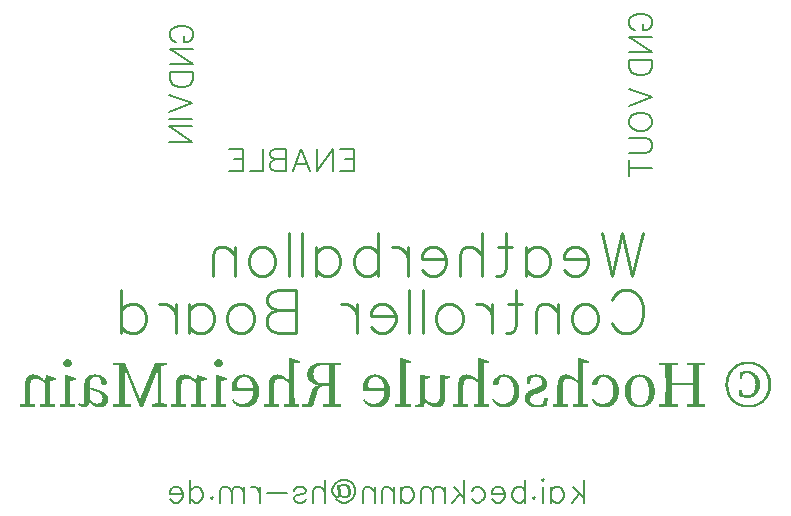
<source format=gbo>
G04 Layer: BottomSilkLayer*
G04 EasyEDA v6.2.46, 2019-11-12T10:27:12+01:00*
G04 201d7097f1e54f75af69d8895503a090,f684c74a6e3d460ab4b866ead519826c,10*
G04 Gerber Generator version 0.2*
G04 Scale: 100 percent, Rotated: No, Reflected: No *
G04 Dimensions in inches *
G04 leading zeros omitted , absolute positions ,2 integer and 4 decimal *
%FSLAX24Y24*%
%MOIN*%
G90*
G70D02*

%ADD10C,0.010000*%
%ADD57C,0.008000*%

%LPD*%
G54D57*
G01X22982Y6203D02*
G01X22982Y5440D01*
G01X22618Y5949D02*
G01X22982Y5585D01*
G01X22837Y5731D02*
G01X22582Y5440D01*
G01X21906Y5949D02*
G01X21906Y5440D01*
G01X21906Y5840D02*
G01X21978Y5912D01*
G01X22051Y5949D01*
G01X22160Y5949D01*
G01X22233Y5912D01*
G01X22306Y5840D01*
G01X22342Y5731D01*
G01X22342Y5658D01*
G01X22306Y5549D01*
G01X22233Y5476D01*
G01X22160Y5440D01*
G01X22051Y5440D01*
G01X21978Y5476D01*
G01X21906Y5549D01*
G01X21666Y6203D02*
G01X21629Y6167D01*
G01X21593Y6203D01*
G01X21629Y6240D01*
G01X21666Y6203D01*
G01X21629Y5949D02*
G01X21629Y5440D01*
G01X21317Y5622D02*
G01X21353Y5585D01*
G01X21317Y5549D01*
G01X21280Y5585D01*
G01X21317Y5622D01*
G01X21040Y6203D02*
G01X21040Y5440D01*
G01X21040Y5840D02*
G01X20967Y5912D01*
G01X20895Y5949D01*
G01X20786Y5949D01*
G01X20713Y5912D01*
G01X20640Y5840D01*
G01X20604Y5731D01*
G01X20604Y5658D01*
G01X20640Y5549D01*
G01X20713Y5476D01*
G01X20786Y5440D01*
G01X20895Y5440D01*
G01X20967Y5476D01*
G01X21040Y5549D01*
G01X20364Y5731D02*
G01X19927Y5731D01*
G01X19927Y5803D01*
G01X19964Y5876D01*
G01X20000Y5912D01*
G01X20073Y5949D01*
G01X20182Y5949D01*
G01X20255Y5912D01*
G01X20327Y5840D01*
G01X20364Y5731D01*
G01X20364Y5658D01*
G01X20327Y5549D01*
G01X20255Y5476D01*
G01X20182Y5440D01*
G01X20073Y5440D01*
G01X20000Y5476D01*
G01X19927Y5549D01*
G01X19251Y5840D02*
G01X19324Y5912D01*
G01X19397Y5949D01*
G01X19506Y5949D01*
G01X19578Y5912D01*
G01X19651Y5840D01*
G01X19687Y5731D01*
G01X19687Y5658D01*
G01X19651Y5549D01*
G01X19578Y5476D01*
G01X19506Y5440D01*
G01X19397Y5440D01*
G01X19324Y5476D01*
G01X19251Y5549D01*
G01X19011Y6203D02*
G01X19011Y5440D01*
G01X18647Y5949D02*
G01X19011Y5585D01*
G01X18866Y5731D02*
G01X18611Y5440D01*
G01X18371Y5949D02*
G01X18371Y5440D01*
G01X18371Y5803D02*
G01X18262Y5912D01*
G01X18189Y5949D01*
G01X18080Y5949D01*
G01X18007Y5912D01*
G01X17971Y5803D01*
G01X17971Y5440D01*
G01X17971Y5803D02*
G01X17862Y5912D01*
G01X17789Y5949D01*
G01X17680Y5949D01*
G01X17607Y5912D01*
G01X17571Y5803D01*
G01X17571Y5440D01*
G01X16895Y5949D02*
G01X16895Y5440D01*
G01X16895Y5840D02*
G01X16967Y5912D01*
G01X17040Y5949D01*
G01X17149Y5949D01*
G01X17222Y5912D01*
G01X17295Y5840D01*
G01X17331Y5731D01*
G01X17331Y5658D01*
G01X17295Y5549D01*
G01X17222Y5476D01*
G01X17149Y5440D01*
G01X17040Y5440D01*
G01X16967Y5476D01*
G01X16895Y5549D01*
G01X16655Y5949D02*
G01X16655Y5440D01*
G01X16655Y5803D02*
G01X16546Y5912D01*
G01X16473Y5949D01*
G01X16364Y5949D01*
G01X16291Y5912D01*
G01X16255Y5803D01*
G01X16255Y5440D01*
G01X16015Y5949D02*
G01X16015Y5440D01*
G01X16015Y5803D02*
G01X15906Y5912D01*
G01X15833Y5949D01*
G01X15724Y5949D01*
G01X15651Y5912D01*
G01X15615Y5803D01*
G01X15615Y5440D01*
G01X14829Y5912D02*
G01X14866Y5985D01*
G01X14938Y6022D01*
G01X15047Y6022D01*
G01X15120Y5985D01*
G01X15157Y5949D01*
G01X15193Y5840D01*
G01X15193Y5731D01*
G01X15157Y5658D01*
G01X15084Y5622D01*
G01X14975Y5622D01*
G01X14902Y5658D01*
G01X14866Y5731D01*
G01X15047Y6022D02*
G01X15120Y5949D01*
G01X15157Y5840D01*
G01X15157Y5731D01*
G01X15120Y5658D01*
G01X15084Y5622D01*
G01X14829Y6022D02*
G01X14866Y5731D01*
G01X14866Y5658D01*
G01X14793Y5622D01*
G01X14720Y5622D01*
G01X14647Y5694D01*
G01X14611Y5803D01*
G01X14611Y5876D01*
G01X14647Y5985D01*
G01X14684Y6058D01*
G01X14757Y6131D01*
G01X14829Y6167D01*
G01X14938Y6203D01*
G01X15047Y6203D01*
G01X15157Y6167D01*
G01X15229Y6131D01*
G01X15302Y6058D01*
G01X15338Y5985D01*
G01X15375Y5876D01*
G01X15375Y5767D01*
G01X15338Y5658D01*
G01X15302Y5585D01*
G01X15229Y5512D01*
G01X15157Y5476D01*
G01X15047Y5440D01*
G01X14938Y5440D01*
G01X14829Y5476D01*
G01X14757Y5512D01*
G01X14720Y5549D01*
G01X14793Y6022D02*
G01X14829Y5731D01*
G01X14829Y5658D01*
G01X14793Y5622D01*
G01X14371Y6203D02*
G01X14371Y5440D01*
G01X14371Y5803D02*
G01X14262Y5912D01*
G01X14189Y5949D01*
G01X14080Y5949D01*
G01X14007Y5912D01*
G01X13971Y5803D01*
G01X13971Y5440D01*
G01X13331Y5840D02*
G01X13367Y5912D01*
G01X13477Y5949D01*
G01X13586Y5949D01*
G01X13695Y5912D01*
G01X13731Y5840D01*
G01X13695Y5767D01*
G01X13622Y5731D01*
G01X13440Y5694D01*
G01X13367Y5658D01*
G01X13331Y5585D01*
G01X13331Y5549D01*
G01X13367Y5476D01*
G01X13477Y5440D01*
G01X13586Y5440D01*
G01X13695Y5476D01*
G01X13731Y5549D01*
G01X13091Y5767D02*
G01X12437Y5767D01*
G01X12197Y5949D02*
G01X12197Y5440D01*
G01X12197Y5731D02*
G01X12160Y5840D01*
G01X12087Y5912D01*
G01X12015Y5949D01*
G01X11906Y5949D01*
G01X11666Y5949D02*
G01X11666Y5440D01*
G01X11666Y5803D02*
G01X11557Y5912D01*
G01X11484Y5949D01*
G01X11375Y5949D01*
G01X11302Y5912D01*
G01X11266Y5803D01*
G01X11266Y5440D01*
G01X11266Y5803D02*
G01X11157Y5912D01*
G01X11084Y5949D01*
G01X10975Y5949D01*
G01X10902Y5912D01*
G01X10866Y5803D01*
G01X10866Y5440D01*
G01X10589Y5622D02*
G01X10626Y5585D01*
G01X10589Y5549D01*
G01X10553Y5585D01*
G01X10589Y5622D01*
G01X9877Y6203D02*
G01X9877Y5440D01*
G01X9877Y5840D02*
G01X9949Y5912D01*
G01X10022Y5949D01*
G01X10131Y5949D01*
G01X10204Y5912D01*
G01X10277Y5840D01*
G01X10313Y5731D01*
G01X10313Y5658D01*
G01X10277Y5549D01*
G01X10204Y5476D01*
G01X10131Y5440D01*
G01X10022Y5440D01*
G01X9949Y5476D01*
G01X9877Y5549D01*
G01X9637Y5731D02*
G01X9200Y5731D01*
G01X9200Y5803D01*
G01X9237Y5876D01*
G01X9273Y5912D01*
G01X9346Y5949D01*
G01X9455Y5949D01*
G01X9527Y5912D01*
G01X9600Y5840D01*
G01X9637Y5731D01*
G01X9637Y5658D01*
G01X9600Y5549D01*
G01X9527Y5476D01*
G01X9455Y5440D01*
G01X9346Y5440D01*
G01X9273Y5476D01*
G01X9200Y5549D01*

%LPD*%
G36*
G01X5811Y10225D02*
G01X5782Y10228D01*
G01X5754Y10225D01*
G01X5728Y10218D01*
G01X5704Y10206D01*
G01X5683Y10191D01*
G01X5666Y10171D01*
G01X5653Y10148D01*
G01X5644Y10122D01*
G01X5642Y10094D01*
G01X5644Y10065D01*
G01X5653Y10039D01*
G01X5666Y10016D01*
G01X5683Y9996D01*
G01X5704Y9980D01*
G01X5728Y9968D01*
G01X5754Y9960D01*
G01X5782Y9957D01*
G01X5811Y9960D01*
G01X5838Y9968D01*
G01X5861Y9980D01*
G01X5882Y9996D01*
G01X5900Y10016D01*
G01X5913Y10039D01*
G01X5921Y10065D01*
G01X5923Y10094D01*
G01X5921Y10122D01*
G01X5913Y10148D01*
G01X5900Y10171D01*
G01X5882Y10191D01*
G01X5861Y10206D01*
G01X5838Y10218D01*
G01X5811Y10225D01*
G37*

%LPD*%
G36*
G01X10844Y10225D02*
G01X10815Y10228D01*
G01X10788Y10225D01*
G01X10761Y10218D01*
G01X10738Y10206D01*
G01X10717Y10191D01*
G01X10700Y10171D01*
G01X10687Y10148D01*
G01X10678Y10122D01*
G01X10676Y10094D01*
G01X10678Y10065D01*
G01X10687Y10039D01*
G01X10700Y10016D01*
G01X10717Y9996D01*
G01X10738Y9980D01*
G01X10761Y9968D01*
G01X10788Y9960D01*
G01X10815Y9957D01*
G01X10844Y9960D01*
G01X10871Y9968D01*
G01X10896Y9980D01*
G01X10917Y9996D01*
G01X10934Y10016D01*
G01X10946Y10039D01*
G01X10955Y10065D01*
G01X10957Y10094D01*
G01X10955Y10122D01*
G01X10946Y10148D01*
G01X10934Y10171D01*
G01X10917Y10191D01*
G01X10896Y10206D01*
G01X10871Y10218D01*
G01X10844Y10225D01*
G37*

%LPD*%
G36*
G01X4656Y9707D02*
G01X4613Y9707D01*
G01X4591Y9705D01*
G01X4570Y9702D01*
G01X4550Y9698D01*
G01X4531Y9692D01*
G01X4513Y9685D01*
G01X4496Y9677D01*
G01X4480Y9667D01*
G01X4465Y9656D01*
G01X4451Y9644D01*
G01X4438Y9630D01*
G01X4426Y9614D01*
G01X4415Y9598D01*
G01X4404Y9579D01*
G01X4395Y9559D01*
G01X4387Y9538D01*
G01X4380Y9515D01*
G01X4373Y9491D01*
G01X4368Y9465D01*
G01X4363Y9437D01*
G01X4360Y9407D01*
G01X4357Y9376D01*
G01X4356Y9344D01*
G01X4355Y9309D01*
G01X4355Y8941D01*
G01X4354Y8917D01*
G01X4354Y8868D01*
G01X4353Y8844D01*
G01X4353Y8797D01*
G01X4352Y8775D01*
G01X4352Y8753D01*
G01X4351Y8732D01*
G01X4198Y8707D01*
G01X4198Y8640D01*
G01X4701Y8640D01*
G01X4701Y8707D01*
G01X4540Y8732D01*
G01X4539Y8753D01*
G01X4539Y8775D01*
G01X4538Y8797D01*
G01X4538Y8844D01*
G01X4537Y8868D01*
G01X4537Y8917D01*
G01X4536Y8941D01*
G01X4536Y9339D01*
G01X4538Y9372D01*
G01X4541Y9401D01*
G01X4546Y9428D01*
G01X4552Y9453D01*
G01X4559Y9475D01*
G01X4568Y9494D01*
G01X4578Y9511D01*
G01X4590Y9525D01*
G01X4604Y9538D01*
G01X4619Y9548D01*
G01X4635Y9556D01*
G01X4653Y9562D01*
G01X4673Y9566D01*
G01X4694Y9569D01*
G01X4717Y9570D01*
G01X4736Y9569D01*
G01X4754Y9568D01*
G01X4772Y9565D01*
G01X4791Y9561D01*
G01X4809Y9557D01*
G01X4827Y9551D01*
G01X4846Y9544D01*
G01X4865Y9536D01*
G01X4883Y9526D01*
G01X4903Y9515D01*
G01X4922Y9503D01*
G01X4941Y9490D01*
G01X4961Y9476D01*
G01X4982Y9460D01*
G01X5002Y9442D01*
G01X5023Y9424D01*
G01X5023Y8944D01*
G01X5022Y8919D01*
G01X5022Y8870D01*
G01X5021Y8846D01*
G01X5021Y8798D01*
G01X5020Y8775D01*
G01X5020Y8753D01*
G01X5019Y8732D01*
G01X4867Y8707D01*
G01X4867Y8640D01*
G01X5371Y8640D01*
G01X5371Y8707D01*
G01X5209Y8732D01*
G01X5209Y8775D01*
G01X5208Y8798D01*
G01X5208Y8846D01*
G01X5207Y8870D01*
G01X5207Y8944D01*
G01X5206Y8968D01*
G01X5206Y9037D01*
G01X5205Y9059D01*
G01X5205Y9244D01*
G01X5206Y9272D01*
G01X5206Y9324D01*
G01X5207Y9348D01*
G01X5207Y9394D01*
G01X5208Y9415D01*
G01X5209Y9437D01*
G01X5211Y9480D01*
G01X5211Y9501D01*
G01X5386Y9520D01*
G01X5386Y9586D01*
G01X5078Y9705D01*
G01X5048Y9686D01*
G01X5030Y9505D01*
G01X5013Y9524D01*
G01X4977Y9558D01*
G01X4959Y9574D01*
G01X4921Y9604D01*
G01X4901Y9618D01*
G01X4882Y9630D01*
G01X4862Y9642D01*
G01X4842Y9653D01*
G01X4821Y9663D01*
G01X4801Y9672D01*
G01X4780Y9680D01*
G01X4759Y9687D01*
G01X4739Y9693D01*
G01X4718Y9698D01*
G01X4697Y9702D01*
G01X4676Y9705D01*
G01X4656Y9707D01*
G37*

%LPD*%
G36*
G01X6051Y9588D02*
G01X5715Y9705D01*
G01X5686Y9686D01*
G01X5690Y9394D01*
G01X5690Y9059D01*
G01X5689Y9037D01*
G01X5689Y8968D01*
G01X5688Y8944D01*
G01X5688Y8870D01*
G01X5687Y8846D01*
G01X5687Y8798D01*
G01X5686Y8775D01*
G01X5686Y8732D01*
G01X5536Y8707D01*
G01X5536Y8640D01*
G01X6040Y8640D01*
G01X6040Y8707D01*
G01X5871Y8732D01*
G01X5871Y8775D01*
G01X5870Y8798D01*
G01X5870Y8846D01*
G01X5869Y8870D01*
G01X5869Y8944D01*
G01X5868Y8968D01*
G01X5868Y9037D01*
G01X5867Y9059D01*
G01X5867Y9245D01*
G01X5868Y9273D01*
G01X5868Y9324D01*
G01X5869Y9347D01*
G01X5869Y9393D01*
G01X5872Y9459D01*
G01X5873Y9482D01*
G01X5873Y9505D01*
G01X6051Y9522D01*
G01X6051Y9588D01*
G37*

%LPD*%
G36*
G01X7713Y10105D02*
G01X7292Y10105D01*
G01X7292Y10030D01*
G01X7496Y10007D01*
G01X7496Y9960D01*
G01X7497Y9936D01*
G01X7497Y9912D01*
G01X7498Y9888D01*
G01X7498Y9840D01*
G01X7499Y9743D01*
G01X7499Y9621D01*
G01X7500Y9597D01*
G01X7500Y9149D01*
G01X7499Y9125D01*
G01X7499Y9028D01*
G01X7498Y8907D01*
G01X7498Y8883D01*
G01X7497Y8834D01*
G01X7497Y8810D01*
G01X7496Y8786D01*
G01X7496Y8738D01*
G01X7294Y8716D01*
G01X7294Y8640D01*
G01X7890Y8640D01*
G01X7890Y8716D01*
G01X7700Y8738D01*
G01X7699Y8761D01*
G01X7698Y8785D01*
G01X7698Y8833D01*
G01X7697Y8880D01*
G01X7697Y8904D01*
G01X7696Y8952D01*
G01X7696Y9311D01*
G01X7694Y9900D01*
G01X8188Y8640D01*
G01X8282Y8640D01*
G01X8794Y9896D01*
G01X8792Y9836D01*
G01X8792Y9806D01*
G01X8790Y9744D01*
G01X8788Y9684D01*
G01X8788Y9654D01*
G01X8786Y9598D01*
G01X8785Y9572D01*
G01X8784Y9548D01*
G01X8784Y9525D01*
G01X8783Y9505D01*
G01X8783Y9486D01*
G01X8782Y9471D01*
G01X8782Y8744D01*
G01X8592Y8716D01*
G01X8592Y8640D01*
G01X9082Y8640D01*
G01X9082Y8716D01*
G01X8884Y8744D01*
G01X8882Y10005D01*
G01X9082Y10030D01*
G01X9082Y10105D01*
G01X8682Y10105D01*
G01X8188Y8890D01*
G01X7713Y10105D01*
G37*

%LPD*%
G36*
G01X9690Y9707D02*
G01X9647Y9707D01*
G01X9625Y9705D01*
G01X9604Y9702D01*
G01X9584Y9698D01*
G01X9565Y9692D01*
G01X9547Y9685D01*
G01X9530Y9677D01*
G01X9514Y9667D01*
G01X9499Y9656D01*
G01X9485Y9644D01*
G01X9472Y9630D01*
G01X9448Y9598D01*
G01X9438Y9579D01*
G01X9429Y9559D01*
G01X9421Y9538D01*
G01X9413Y9515D01*
G01X9407Y9491D01*
G01X9402Y9465D01*
G01X9397Y9437D01*
G01X9394Y9407D01*
G01X9392Y9376D01*
G01X9390Y9344D01*
G01X9390Y9058D01*
G01X9389Y9036D01*
G01X9389Y8966D01*
G01X9388Y8941D01*
G01X9388Y8868D01*
G01X9387Y8844D01*
G01X9387Y8797D01*
G01X9386Y8775D01*
G01X9386Y8732D01*
G01X9232Y8707D01*
G01X9232Y8640D01*
G01X9736Y8640D01*
G01X9736Y8707D01*
G01X9573Y8732D01*
G01X9573Y8775D01*
G01X9572Y8797D01*
G01X9572Y8844D01*
G01X9571Y8868D01*
G01X9571Y8941D01*
G01X9570Y8966D01*
G01X9570Y9036D01*
G01X9569Y9058D01*
G01X9569Y9303D01*
G01X9570Y9339D01*
G01X9572Y9372D01*
G01X9575Y9401D01*
G01X9580Y9428D01*
G01X9586Y9453D01*
G01X9593Y9475D01*
G01X9602Y9494D01*
G01X9613Y9511D01*
G01X9624Y9525D01*
G01X9638Y9538D01*
G01X9653Y9548D01*
G01X9669Y9556D01*
G01X9687Y9562D01*
G01X9707Y9566D01*
G01X9728Y9569D01*
G01X9751Y9570D01*
G01X9770Y9569D01*
G01X9788Y9568D01*
G01X9806Y9565D01*
G01X9825Y9561D01*
G01X9843Y9557D01*
G01X9861Y9551D01*
G01X9880Y9544D01*
G01X9898Y9536D01*
G01X9917Y9526D01*
G01X9936Y9515D01*
G01X9956Y9503D01*
G01X9975Y9490D01*
G01X9995Y9476D01*
G01X10016Y9460D01*
G01X10036Y9442D01*
G01X10057Y9424D01*
G01X10057Y8944D01*
G01X10056Y8919D01*
G01X10056Y8870D01*
G01X10055Y8846D01*
G01X10055Y8798D01*
G01X10054Y8775D01*
G01X10054Y8753D01*
G01X10053Y8732D01*
G01X9901Y8707D01*
G01X9901Y8640D01*
G01X10405Y8640D01*
G01X10405Y8707D01*
G01X10244Y8732D01*
G01X10243Y8753D01*
G01X10243Y8775D01*
G01X10242Y8798D01*
G01X10242Y8846D01*
G01X10241Y8870D01*
G01X10241Y8919D01*
G01X10240Y8944D01*
G01X10240Y9348D01*
G01X10242Y9394D01*
G01X10242Y9415D01*
G01X10243Y9437D01*
G01X10244Y9480D01*
G01X10246Y9501D01*
G01X10419Y9520D01*
G01X10419Y9586D01*
G01X10111Y9705D01*
G01X10082Y9686D01*
G01X10063Y9505D01*
G01X10046Y9524D01*
G01X10029Y9541D01*
G01X10011Y9558D01*
G01X9992Y9574D01*
G01X9974Y9589D01*
G01X9955Y9604D01*
G01X9935Y9618D01*
G01X9915Y9630D01*
G01X9896Y9642D01*
G01X9876Y9653D01*
G01X9855Y9663D01*
G01X9835Y9672D01*
G01X9814Y9680D01*
G01X9794Y9687D01*
G01X9773Y9693D01*
G01X9752Y9698D01*
G01X9731Y9702D01*
G01X9711Y9705D01*
G01X9690Y9707D01*
G37*

%LPD*%
G36*
G01X11086Y9588D02*
G01X10750Y9705D01*
G01X10719Y9686D01*
G01X10723Y9394D01*
G01X10723Y8944D01*
G01X10722Y8919D01*
G01X10722Y8870D01*
G01X10721Y8846D01*
G01X10721Y8798D01*
G01X10720Y8775D01*
G01X10720Y8753D01*
G01X10719Y8732D01*
G01X10569Y8707D01*
G01X10569Y8640D01*
G01X11073Y8640D01*
G01X11073Y8707D01*
G01X10905Y8732D01*
G01X10905Y8775D01*
G01X10904Y8798D01*
G01X10904Y8846D01*
G01X10903Y8870D01*
G01X10903Y8944D01*
G01X10902Y8968D01*
G01X10902Y9037D01*
G01X10901Y9059D01*
G01X10901Y9245D01*
G01X10902Y9273D01*
G01X10902Y9324D01*
G01X10903Y9347D01*
G01X10903Y9393D01*
G01X10906Y9459D01*
G01X10907Y9482D01*
G01X10907Y9505D01*
G01X11086Y9522D01*
G01X11086Y9588D01*
G37*

%LPD*%
G36*
G01X13523Y10168D02*
G01X13192Y10259D01*
G01X13163Y10244D01*
G01X13169Y9932D01*
G01X13169Y9501D01*
G01X13153Y9520D01*
G01X13136Y9537D01*
G01X13117Y9554D01*
G01X13099Y9571D01*
G01X13061Y9601D01*
G01X13042Y9615D01*
G01X13022Y9628D01*
G01X13002Y9640D01*
G01X12982Y9651D01*
G01X12940Y9671D01*
G01X12919Y9679D01*
G01X12898Y9686D01*
G01X12876Y9693D01*
G01X12855Y9698D01*
G01X12834Y9702D01*
G01X12812Y9705D01*
G01X12791Y9707D01*
G01X12747Y9707D01*
G01X12725Y9705D01*
G01X12704Y9702D01*
G01X12684Y9698D01*
G01X12665Y9692D01*
G01X12647Y9685D01*
G01X12630Y9677D01*
G01X12614Y9667D01*
G01X12598Y9656D01*
G01X12584Y9644D01*
G01X12571Y9630D01*
G01X12559Y9615D01*
G01X12548Y9598D01*
G01X12537Y9580D01*
G01X12528Y9560D01*
G01X12519Y9538D01*
G01X12512Y9515D01*
G01X12505Y9491D01*
G01X12500Y9464D01*
G01X12496Y9436D01*
G01X12492Y9407D01*
G01X12490Y9376D01*
G01X12488Y9342D01*
G01X12488Y9058D01*
G01X12487Y9036D01*
G01X12487Y8966D01*
G01X12486Y8941D01*
G01X12486Y8868D01*
G01X12485Y8844D01*
G01X12485Y8797D01*
G01X12484Y8775D01*
G01X12484Y8732D01*
G01X12332Y8707D01*
G01X12332Y8640D01*
G01X12836Y8640D01*
G01X12836Y8707D01*
G01X12671Y8732D01*
G01X12671Y8775D01*
G01X12670Y8797D01*
G01X12670Y8844D01*
G01X12669Y8868D01*
G01X12669Y8941D01*
G01X12668Y8966D01*
G01X12668Y9036D01*
G01X12667Y9058D01*
G01X12667Y9303D01*
G01X12668Y9340D01*
G01X12670Y9373D01*
G01X12674Y9403D01*
G01X12679Y9430D01*
G01X12685Y9455D01*
G01X12693Y9476D01*
G01X12702Y9496D01*
G01X12713Y9512D01*
G01X12725Y9526D01*
G01X12739Y9538D01*
G01X12754Y9549D01*
G01X12771Y9556D01*
G01X12788Y9562D01*
G01X12808Y9566D01*
G01X12829Y9569D01*
G01X12851Y9570D01*
G01X12889Y9568D01*
G01X12907Y9566D01*
G01X12926Y9562D01*
G01X12944Y9558D01*
G01X12982Y9546D01*
G01X13001Y9538D01*
G01X13020Y9528D01*
G01X13040Y9518D01*
G01X13060Y9506D01*
G01X13080Y9493D01*
G01X13101Y9478D01*
G01X13122Y9461D01*
G01X13143Y9443D01*
G01X13165Y9424D01*
G01X13165Y8944D01*
G01X13164Y8919D01*
G01X13164Y8870D01*
G01X13163Y8846D01*
G01X13163Y8798D01*
G01X13162Y8775D01*
G01X13162Y8753D01*
G01X13161Y8732D01*
G01X13009Y8707D01*
G01X13009Y8640D01*
G01X13513Y8640D01*
G01X13513Y8707D01*
G01X13350Y8732D01*
G01X13349Y8753D01*
G01X13349Y8775D01*
G01X13348Y8798D01*
G01X13348Y8846D01*
G01X13347Y8870D01*
G01X13347Y8919D01*
G01X13346Y8944D01*
G01X13346Y10086D01*
G01X13523Y10101D01*
G01X13523Y10168D01*
G37*

%LPD*%
G36*
G01X17234Y10168D02*
G01X16896Y10259D01*
G01X16865Y10244D01*
G01X16876Y9932D01*
G01X16876Y9054D01*
G01X16875Y9031D01*
G01X16875Y9008D01*
G01X16874Y8916D01*
G01X16874Y8869D01*
G01X16873Y8823D01*
G01X16873Y8800D01*
G01X16872Y8754D01*
G01X16872Y8732D01*
G01X16696Y8707D01*
G01X16696Y8640D01*
G01X17234Y8640D01*
G01X17234Y8707D01*
G01X17060Y8732D01*
G01X17059Y8754D01*
G01X17058Y8800D01*
G01X17058Y8823D01*
G01X17057Y8869D01*
G01X17057Y8916D01*
G01X17056Y9008D01*
G01X17056Y10086D01*
G01X17234Y10101D01*
G01X17234Y10168D01*
G37*

%LPD*%
G36*
G01X19831Y10168D02*
G01X19500Y10259D01*
G01X19472Y10244D01*
G01X19477Y9932D01*
G01X19477Y9501D01*
G01X19461Y9520D01*
G01X19443Y9537D01*
G01X19426Y9554D01*
G01X19407Y9571D01*
G01X19389Y9586D01*
G01X19369Y9601D01*
G01X19350Y9615D01*
G01X19330Y9628D01*
G01X19310Y9640D01*
G01X19289Y9651D01*
G01X19269Y9661D01*
G01X19248Y9671D01*
G01X19227Y9679D01*
G01X19185Y9693D01*
G01X19163Y9698D01*
G01X19142Y9702D01*
G01X19120Y9705D01*
G01X19099Y9707D01*
G01X19055Y9707D01*
G01X19033Y9705D01*
G01X19012Y9702D01*
G01X18992Y9698D01*
G01X18973Y9692D01*
G01X18955Y9685D01*
G01X18938Y9677D01*
G01X18922Y9667D01*
G01X18906Y9656D01*
G01X18892Y9644D01*
G01X18879Y9630D01*
G01X18867Y9615D01*
G01X18856Y9598D01*
G01X18845Y9580D01*
G01X18836Y9560D01*
G01X18827Y9538D01*
G01X18820Y9515D01*
G01X18814Y9491D01*
G01X18808Y9464D01*
G01X18803Y9436D01*
G01X18800Y9407D01*
G01X18797Y9376D01*
G01X18796Y9342D01*
G01X18796Y9058D01*
G01X18795Y9036D01*
G01X18795Y8966D01*
G01X18794Y8941D01*
G01X18794Y8868D01*
G01X18793Y8844D01*
G01X18793Y8797D01*
G01X18792Y8775D01*
G01X18792Y8732D01*
G01X18639Y8707D01*
G01X18639Y8640D01*
G01X19143Y8640D01*
G01X19143Y8707D01*
G01X18980Y8732D01*
G01X18979Y8753D01*
G01X18979Y8775D01*
G01X18978Y8797D01*
G01X18978Y8844D01*
G01X18977Y8868D01*
G01X18977Y8941D01*
G01X18976Y8966D01*
G01X18976Y9340D01*
G01X18978Y9373D01*
G01X18982Y9403D01*
G01X18987Y9430D01*
G01X18993Y9455D01*
G01X19001Y9476D01*
G01X19010Y9496D01*
G01X19021Y9512D01*
G01X19033Y9526D01*
G01X19047Y9538D01*
G01X19062Y9549D01*
G01X19078Y9556D01*
G01X19097Y9562D01*
G01X19116Y9566D01*
G01X19137Y9569D01*
G01X19160Y9570D01*
G01X19178Y9569D01*
G01X19197Y9568D01*
G01X19215Y9566D01*
G01X19234Y9562D01*
G01X19252Y9558D01*
G01X19290Y9546D01*
G01X19309Y9538D01*
G01X19328Y9528D01*
G01X19348Y9518D01*
G01X19368Y9506D01*
G01X19388Y9493D01*
G01X19409Y9478D01*
G01X19430Y9461D01*
G01X19451Y9443D01*
G01X19473Y9424D01*
G01X19473Y8968D01*
G01X19472Y8944D01*
G01X19472Y8870D01*
G01X19471Y8846D01*
G01X19471Y8798D01*
G01X19470Y8775D01*
G01X19470Y8753D01*
G01X19469Y8732D01*
G01X19318Y8707D01*
G01X19318Y8640D01*
G01X19822Y8640D01*
G01X19822Y8707D01*
G01X19657Y8732D01*
G01X19657Y8775D01*
G01X19656Y8798D01*
G01X19656Y8846D01*
G01X19655Y8870D01*
G01X19655Y8944D01*
G01X19654Y8968D01*
G01X19654Y9037D01*
G01X19653Y9059D01*
G01X19653Y10086D01*
G01X19831Y10101D01*
G01X19831Y10168D01*
G37*

%LPD*%
G36*
G01X23147Y10168D02*
G01X22815Y10259D01*
G01X22788Y10244D01*
G01X22793Y9932D01*
G01X22793Y9501D01*
G01X22777Y9520D01*
G01X22760Y9537D01*
G01X22742Y9554D01*
G01X22723Y9571D01*
G01X22705Y9586D01*
G01X22685Y9601D01*
G01X22666Y9615D01*
G01X22646Y9628D01*
G01X22626Y9640D01*
G01X22606Y9651D01*
G01X22564Y9671D01*
G01X22543Y9679D01*
G01X22501Y9693D01*
G01X22479Y9698D01*
G01X22458Y9702D01*
G01X22436Y9705D01*
G01X22415Y9707D01*
G01X22371Y9707D01*
G01X22349Y9705D01*
G01X22328Y9702D01*
G01X22308Y9698D01*
G01X22289Y9692D01*
G01X22271Y9685D01*
G01X22254Y9677D01*
G01X22238Y9667D01*
G01X22222Y9656D01*
G01X22208Y9644D01*
G01X22195Y9630D01*
G01X22183Y9615D01*
G01X22172Y9598D01*
G01X22161Y9580D01*
G01X22152Y9560D01*
G01X22143Y9538D01*
G01X22136Y9515D01*
G01X22130Y9491D01*
G01X22124Y9464D01*
G01X22119Y9436D01*
G01X22116Y9407D01*
G01X22114Y9376D01*
G01X22112Y9342D01*
G01X22111Y9307D01*
G01X22111Y8966D01*
G01X22110Y8941D01*
G01X22110Y8868D01*
G01X22109Y8844D01*
G01X22109Y8797D01*
G01X22108Y8775D01*
G01X22108Y8753D01*
G01X22107Y8732D01*
G01X21956Y8707D01*
G01X21956Y8640D01*
G01X22460Y8640D01*
G01X22460Y8707D01*
G01X22296Y8732D01*
G01X22295Y8753D01*
G01X22295Y8775D01*
G01X22294Y8797D01*
G01X22294Y8844D01*
G01X22293Y8868D01*
G01X22293Y8941D01*
G01X22292Y8966D01*
G01X22292Y9340D01*
G01X22294Y9373D01*
G01X22298Y9403D01*
G01X22303Y9430D01*
G01X22309Y9455D01*
G01X22317Y9476D01*
G01X22326Y9496D01*
G01X22337Y9512D01*
G01X22349Y9526D01*
G01X22363Y9538D01*
G01X22378Y9549D01*
G01X22394Y9556D01*
G01X22413Y9562D01*
G01X22432Y9566D01*
G01X22453Y9569D01*
G01X22476Y9570D01*
G01X22494Y9569D01*
G01X22513Y9568D01*
G01X22531Y9566D01*
G01X22550Y9562D01*
G01X22568Y9558D01*
G01X22606Y9546D01*
G01X22625Y9538D01*
G01X22644Y9528D01*
G01X22664Y9518D01*
G01X22684Y9506D01*
G01X22704Y9493D01*
G01X22725Y9478D01*
G01X22746Y9461D01*
G01X22767Y9443D01*
G01X22789Y9424D01*
G01X22789Y8944D01*
G01X22788Y8919D01*
G01X22788Y8870D01*
G01X22787Y8846D01*
G01X22787Y8798D01*
G01X22786Y8775D01*
G01X22786Y8753D01*
G01X22785Y8732D01*
G01X22634Y8707D01*
G01X22634Y8640D01*
G01X23138Y8640D01*
G01X23138Y8707D01*
G01X22973Y8732D01*
G01X22973Y8775D01*
G01X22972Y8798D01*
G01X22972Y8846D01*
G01X22971Y8870D01*
G01X22971Y8944D01*
G01X22970Y8968D01*
G01X22970Y9037D01*
G01X22969Y9059D01*
G01X22969Y10086D01*
G01X23147Y10101D01*
G01X23147Y10168D01*
G37*

%LPD*%
G36*
G01X26119Y10105D02*
G01X25506Y10105D01*
G01X25506Y10030D01*
G01X25710Y10007D01*
G01X25710Y9960D01*
G01X25711Y9936D01*
G01X25711Y9888D01*
G01X25712Y9864D01*
G01X25712Y9840D01*
G01X25713Y9743D01*
G01X25713Y9621D01*
G01X25714Y9597D01*
G01X25714Y9149D01*
G01X25713Y9125D01*
G01X25713Y9028D01*
G01X25712Y8907D01*
G01X25712Y8883D01*
G01X25711Y8834D01*
G01X25711Y8810D01*
G01X25710Y8786D01*
G01X25710Y8738D01*
G01X25506Y8716D01*
G01X25506Y8640D01*
G01X26119Y8640D01*
G01X26119Y8716D01*
G01X25918Y8738D01*
G01X25917Y8761D01*
G01X25917Y8785D01*
G01X25916Y8808D01*
G01X25916Y8832D01*
G01X25915Y8880D01*
G01X25915Y8928D01*
G01X25914Y8978D01*
G01X25914Y9348D01*
G01X26627Y9348D01*
G01X26627Y8955D01*
G01X26626Y8930D01*
G01X26626Y8882D01*
G01X26625Y8833D01*
G01X26625Y8785D01*
G01X26624Y8761D01*
G01X26623Y8738D01*
G01X26422Y8716D01*
G01X26422Y8640D01*
G01X27035Y8640D01*
G01X27035Y8716D01*
G01X26831Y8738D01*
G01X26831Y8786D01*
G01X26830Y8809D01*
G01X26830Y8834D01*
G01X26829Y8882D01*
G01X26829Y8930D01*
G01X26828Y8978D01*
G01X26828Y9123D01*
G01X26827Y9147D01*
G01X26827Y9597D01*
G01X26828Y9621D01*
G01X26828Y9742D01*
G01X26829Y9815D01*
G01X26829Y9863D01*
G01X26830Y9887D01*
G01X26830Y9936D01*
G01X26831Y9959D01*
G01X26831Y10007D01*
G01X27035Y10030D01*
G01X27035Y10105D01*
G01X26422Y10105D01*
G01X26422Y10030D01*
G01X26623Y10007D01*
G01X26625Y9961D01*
G01X26625Y9913D01*
G01X26626Y9890D01*
G01X26626Y9842D01*
G01X26627Y9795D01*
G01X26627Y9434D01*
G01X25914Y9434D01*
G01X25914Y9793D01*
G01X25915Y9841D01*
G01X25915Y9865D01*
G01X25916Y9912D01*
G01X25916Y9936D01*
G01X25917Y9960D01*
G01X25917Y9984D01*
G01X25918Y10007D01*
G01X26119Y10030D01*
G01X26119Y10105D01*
G37*

%LPD*%
G36*
G01X14913Y10105D02*
G01X14269Y10105D01*
G01X14239Y10104D01*
G01X14210Y10102D01*
G01X14182Y10099D01*
G01X14154Y10095D01*
G01X14128Y10091D01*
G01X14102Y10086D01*
G01X14077Y10080D01*
G01X14053Y10073D01*
G01X14030Y10065D01*
G01X14008Y10057D01*
G01X13986Y10048D01*
G01X13966Y10038D01*
G01X13947Y10028D01*
G01X13928Y10016D01*
G01X13894Y9992D01*
G01X13879Y9978D01*
G01X13865Y9964D01*
G01X13851Y9949D01*
G01X13838Y9934D01*
G01X13827Y9918D01*
G01X13807Y9884D01*
G01X13799Y9866D01*
G01X13792Y9847D01*
G01X13786Y9828D01*
G01X13780Y9807D01*
G01X13777Y9787D01*
G01X13774Y9766D01*
G01X13772Y9744D01*
G01X13771Y9722D01*
G01X13772Y9700D01*
G01X13774Y9679D01*
G01X13778Y9658D01*
G01X13782Y9638D01*
G01X13788Y9617D01*
G01X13795Y9597D01*
G01X13813Y9559D01*
G01X13837Y9523D01*
G01X13851Y9505D01*
G01X13866Y9488D01*
G01X13882Y9473D01*
G01X13900Y9457D01*
G01X13919Y9443D01*
G01X13939Y9429D01*
G01X13961Y9416D01*
G01X13983Y9404D01*
G01X14007Y9393D01*
G01X14033Y9382D01*
G01X14059Y9373D01*
G01X14117Y9357D01*
G01X14148Y9351D01*
G01X14122Y9345D01*
G01X14099Y9338D01*
G01X14076Y9329D01*
G01X14055Y9319D01*
G01X14036Y9308D01*
G01X14017Y9295D01*
G01X14000Y9281D01*
G01X13984Y9265D01*
G01X13968Y9248D01*
G01X13954Y9229D01*
G01X13941Y9208D01*
G01X13928Y9185D01*
G01X13917Y9161D01*
G01X13905Y9134D01*
G01X13895Y9106D01*
G01X13886Y9076D01*
G01X13784Y8732D01*
G01X13613Y8716D01*
G01X13613Y8640D01*
G01X13630Y8634D01*
G01X13648Y8630D01*
G01X13667Y8626D01*
G01X13687Y8623D01*
G01X13708Y8621D01*
G01X13731Y8619D01*
G01X13755Y8618D01*
G01X13812Y8618D01*
G01X13842Y8621D01*
G01X13868Y8625D01*
G01X13892Y8631D01*
G01X13913Y8639D01*
G01X13932Y8649D01*
G01X13949Y8661D01*
G01X13963Y8676D01*
G01X13976Y8693D01*
G01X13986Y8712D01*
G01X13995Y8733D01*
G01X14001Y8757D01*
G01X14092Y9105D01*
G01X14100Y9137D01*
G01X14109Y9166D01*
G01X14120Y9192D01*
G01X14131Y9215D01*
G01X14144Y9235D01*
G01X14157Y9253D01*
G01X14172Y9268D01*
G01X14189Y9281D01*
G01X14207Y9292D01*
G01X14227Y9301D01*
G01X14248Y9309D01*
G01X14272Y9315D01*
G01X14298Y9319D01*
G01X14326Y9322D01*
G01X14357Y9323D01*
G01X14390Y9324D01*
G01X14505Y9324D01*
G01X14505Y8977D01*
G01X14504Y8929D01*
G01X14504Y8881D01*
G01X14503Y8857D01*
G01X14503Y8786D01*
G01X14501Y8740D01*
G01X14298Y8716D01*
G01X14298Y8640D01*
G01X14913Y8640D01*
G01X14913Y8716D01*
G01X14709Y8738D01*
G01X14709Y8786D01*
G01X14708Y8809D01*
G01X14708Y8834D01*
G01X14707Y8882D01*
G01X14707Y8930D01*
G01X14706Y8978D01*
G01X14706Y9123D01*
G01X14705Y9147D01*
G01X14705Y9597D01*
G01X14706Y9621D01*
G01X14706Y9742D01*
G01X14707Y9815D01*
G01X14707Y9887D01*
G01X14708Y9911D01*
G01X14708Y9936D01*
G01X14709Y9959D01*
G01X14709Y10007D01*
G01X14913Y10030D01*
G01X14913Y10105D01*
G37*

%LPC*%
G36*
G01X14501Y10020D02*
G01X14311Y10020D01*
G01X14284Y10019D01*
G01X14257Y10017D01*
G01X14231Y10015D01*
G01X14207Y10011D01*
G01X14184Y10006D01*
G01X14162Y10000D01*
G01X14142Y9993D01*
G01X14123Y9984D01*
G01X14105Y9976D01*
G01X14088Y9965D01*
G01X14073Y9954D01*
G01X14058Y9942D01*
G01X14045Y9929D01*
G01X14033Y9915D01*
G01X14023Y9900D01*
G01X14013Y9884D01*
G01X14005Y9867D01*
G01X13997Y9849D01*
G01X13991Y9830D01*
G01X13986Y9811D01*
G01X13982Y9790D01*
G01X13980Y9769D01*
G01X13978Y9747D01*
G01X13978Y9701D01*
G01X13980Y9679D01*
G01X13983Y9658D01*
G01X13987Y9637D01*
G01X13999Y9597D01*
G01X14007Y9579D01*
G01X14016Y9561D01*
G01X14026Y9544D01*
G01X14038Y9527D01*
G01X14051Y9512D01*
G01X14065Y9497D01*
G01X14080Y9484D01*
G01X14096Y9471D01*
G01X14114Y9459D01*
G01X14133Y9449D01*
G01X14153Y9440D01*
G01X14174Y9431D01*
G01X14196Y9424D01*
G01X14220Y9418D01*
G01X14245Y9414D01*
G01X14271Y9410D01*
G01X14299Y9408D01*
G01X14328Y9407D01*
G01X14505Y9407D01*
G01X14505Y9800D01*
G01X14504Y9825D01*
G01X14504Y9874D01*
G01X14503Y9898D01*
G01X14503Y9971D01*
G01X14502Y9995D01*
G01X14501Y10020D01*
G37*

%LPD*%
G36*
G01X6707Y9707D02*
G01X6655Y9707D01*
G01X6632Y9706D01*
G01X6610Y9704D01*
G01X6588Y9701D01*
G01X6548Y9693D01*
G01X6529Y9687D01*
G01X6511Y9680D01*
G01X6494Y9673D01*
G01X6478Y9665D01*
G01X6463Y9655D01*
G01X6449Y9645D01*
G01X6436Y9634D01*
G01X6423Y9622D01*
G01X6401Y9594D01*
G01X6391Y9578D01*
G01X6382Y9561D01*
G01X6374Y9544D01*
G01X6367Y9525D01*
G01X6360Y9505D01*
G01X6355Y9484D01*
G01X6350Y9461D01*
G01X6346Y9438D01*
G01X6343Y9413D01*
G01X6341Y9387D01*
G01X6340Y9360D01*
G01X6340Y8855D01*
G01X6338Y8820D01*
G01X6334Y8790D01*
G01X6327Y8766D01*
G01X6318Y8747D01*
G01X6307Y8732D01*
G01X6293Y8723D01*
G01X6277Y8717D01*
G01X6259Y8716D01*
G01X6234Y8719D01*
G01X6213Y8730D01*
G01X6192Y8747D01*
G01X6171Y8770D01*
G01X6132Y8728D01*
G01X6151Y8699D01*
G01X6171Y8676D01*
G01X6193Y8656D01*
G01X6216Y8641D01*
G01X6240Y8629D01*
G01X6265Y8622D01*
G01X6292Y8617D01*
G01X6319Y8616D01*
G01X6346Y8617D01*
G01X6370Y8621D01*
G01X6393Y8628D01*
G01X6414Y8636D01*
G01X6434Y8648D01*
G01X6451Y8662D01*
G01X6467Y8678D01*
G01X6481Y8696D01*
G01X6492Y8716D01*
G01X6502Y8738D01*
G01X6510Y8762D01*
G01X6515Y8788D01*
G01X6538Y8766D01*
G01X6559Y8746D01*
G01X6599Y8710D01*
G01X6618Y8694D01*
G01X6637Y8680D01*
G01X6656Y8667D01*
G01X6675Y8655D01*
G01X6694Y8645D01*
G01X6713Y8636D01*
G01X6733Y8628D01*
G01X6753Y8623D01*
G01X6775Y8618D01*
G01X6796Y8614D01*
G01X6819Y8612D01*
G01X6844Y8611D01*
G01X6867Y8612D01*
G01X6890Y8614D01*
G01X6913Y8618D01*
G01X6935Y8623D01*
G01X6956Y8629D01*
G01X6977Y8636D01*
G01X6996Y8645D01*
G01X7015Y8655D01*
G01X7032Y8667D01*
G01X7048Y8680D01*
G01X7064Y8694D01*
G01X7078Y8709D01*
G01X7090Y8726D01*
G01X7101Y8744D01*
G01X7111Y8763D01*
G01X7119Y8784D01*
G01X7125Y8806D01*
G01X7130Y8829D01*
G01X7132Y8854D01*
G01X7134Y8880D01*
G01X7132Y8912D01*
G01X7130Y8928D01*
G01X7126Y8944D01*
G01X7122Y8959D01*
G01X7117Y8974D01*
G01X7111Y8988D01*
G01X7103Y9003D01*
G01X7094Y9017D01*
G01X7084Y9030D01*
G01X7073Y9044D01*
G01X7060Y9057D01*
G01X7045Y9071D01*
G01X7029Y9084D01*
G01X7012Y9097D01*
G01X6992Y9110D01*
G01X6971Y9123D01*
G01X6949Y9136D01*
G01X6924Y9148D01*
G01X6898Y9161D01*
G01X6869Y9174D01*
G01X6839Y9186D01*
G01X6806Y9199D01*
G01X6771Y9211D01*
G01X6735Y9225D01*
G01X6695Y9237D01*
G01X6674Y9244D01*
G01X6586Y9268D01*
G01X6564Y9273D01*
G01X6519Y9284D01*
G01X6519Y9351D01*
G01X6520Y9390D01*
G01X6523Y9425D01*
G01X6526Y9457D01*
G01X6532Y9485D01*
G01X6538Y9510D01*
G01X6547Y9532D01*
G01X6557Y9552D01*
G01X6569Y9569D01*
G01X6583Y9583D01*
G01X6598Y9594D01*
G01X6615Y9604D01*
G01X6634Y9611D01*
G01X6655Y9617D01*
G01X6678Y9621D01*
G01X6703Y9623D01*
G01X6730Y9624D01*
G01X6759Y9622D01*
G01X6788Y9619D01*
G01X6820Y9613D01*
G01X6853Y9605D01*
G01X6896Y9455D01*
G01X6903Y9432D01*
G01X6913Y9411D01*
G01X6923Y9393D01*
G01X6936Y9379D01*
G01X6951Y9368D01*
G01X6967Y9360D01*
G01X6986Y9355D01*
G01X7005Y9353D01*
G01X7027Y9355D01*
G01X7045Y9359D01*
G01X7061Y9366D01*
G01X7075Y9375D01*
G01X7086Y9387D01*
G01X7094Y9401D01*
G01X7100Y9418D01*
G01X7103Y9438D01*
G01X7098Y9458D01*
G01X7092Y9478D01*
G01X7084Y9497D01*
G01X7075Y9516D01*
G01X7064Y9534D01*
G01X7053Y9551D01*
G01X7040Y9567D01*
G01X7027Y9582D01*
G01X7012Y9597D01*
G01X6996Y9611D01*
G01X6980Y9624D01*
G01X6962Y9636D01*
G01X6943Y9647D01*
G01X6923Y9657D01*
G01X6903Y9666D01*
G01X6882Y9675D01*
G01X6836Y9689D01*
G01X6812Y9695D01*
G01X6787Y9699D01*
G01X6761Y9703D01*
G01X6707Y9707D01*
G37*

%LPC*%
G36*
G01X6549Y9207D02*
G01X6519Y9216D01*
G01X6519Y8868D01*
G01X6548Y8845D01*
G01X6575Y8825D01*
G01X6599Y8807D01*
G01X6621Y8792D01*
G01X6642Y8778D01*
G01X6661Y8768D01*
G01X6679Y8759D01*
G01X6697Y8751D01*
G01X6715Y8746D01*
G01X6732Y8742D01*
G01X6751Y8740D01*
G01X6769Y8740D01*
G01X6794Y8741D01*
G01X6818Y8744D01*
G01X6840Y8750D01*
G01X6861Y8757D01*
G01X6880Y8768D01*
G01X6897Y8780D01*
G01X6911Y8795D01*
G01X6924Y8813D01*
G01X6934Y8833D01*
G01X6941Y8856D01*
G01X6946Y8881D01*
G01X6948Y8909D01*
G01X6947Y8925D01*
G01X6946Y8940D01*
G01X6943Y8955D01*
G01X6939Y8970D01*
G01X6934Y8986D01*
G01X6927Y9001D01*
G01X6917Y9017D01*
G01X6907Y9032D01*
G01X6893Y9047D01*
G01X6877Y9062D01*
G01X6859Y9077D01*
G01X6838Y9092D01*
G01X6814Y9107D01*
G01X6756Y9136D01*
G01X6721Y9150D01*
G01X6702Y9157D01*
G01X6681Y9164D01*
G01X6657Y9173D01*
G01X6632Y9181D01*
G01X6605Y9190D01*
G01X6577Y9199D01*
G01X6549Y9207D01*
G37*

%LPD*%
G36*
G01X11686Y9707D02*
G01X11638Y9707D01*
G01X11614Y9705D01*
G01X11590Y9702D01*
G01X11567Y9698D01*
G01X11544Y9693D01*
G01X11521Y9686D01*
G01X11479Y9670D01*
G01X11459Y9660D01*
G01X11440Y9649D01*
G01X11421Y9637D01*
G01X11403Y9624D01*
G01X11386Y9610D01*
G01X11370Y9595D01*
G01X11355Y9579D01*
G01X11340Y9562D01*
G01X11327Y9545D01*
G01X11315Y9526D01*
G01X11304Y9506D01*
G01X11284Y9464D01*
G01X11276Y9441D01*
G01X11269Y9418D01*
G01X11264Y9394D01*
G01X11259Y9369D01*
G01X11256Y9343D01*
G01X11254Y9317D01*
G01X11253Y9290D01*
G01X11255Y9253D01*
G01X11258Y9221D01*
G01X11263Y9192D01*
G01X11269Y9168D01*
G01X11973Y9170D01*
G01X11973Y9139D01*
G01X11971Y9109D01*
G01X11967Y9081D01*
G01X11963Y9054D01*
G01X11958Y9028D01*
G01X11952Y9003D01*
G01X11945Y8979D01*
G01X11937Y8956D01*
G01X11928Y8934D01*
G01X11918Y8914D01*
G01X11896Y8876D01*
G01X11884Y8859D01*
G01X11870Y8843D01*
G01X11856Y8828D01*
G01X11841Y8814D01*
G01X11826Y8801D01*
G01X11809Y8789D01*
G01X11775Y8769D01*
G01X11737Y8753D01*
G01X11697Y8743D01*
G01X11676Y8738D01*
G01X11632Y8734D01*
G01X11583Y8734D01*
G01X11558Y8736D01*
G01X11534Y8740D01*
G01X11511Y8745D01*
G01X11490Y8751D01*
G01X11469Y8759D01*
G01X11431Y8777D01*
G01X11413Y8788D01*
G01X11395Y8800D01*
G01X11378Y8813D01*
G01X11362Y8827D01*
G01X11346Y8842D01*
G01X11316Y8874D01*
G01X11301Y8892D01*
G01X11257Y8861D01*
G01X11283Y8817D01*
G01X11298Y8796D01*
G01X11313Y8776D01*
G01X11329Y8757D01*
G01X11363Y8723D01*
G01X11382Y8707D01*
G01X11401Y8692D01*
G01X11443Y8666D01*
G01X11465Y8655D01*
G01X11488Y8645D01*
G01X11512Y8636D01*
G01X11536Y8629D01*
G01X11562Y8623D01*
G01X11588Y8618D01*
G01X11615Y8614D01*
G01X11643Y8612D01*
G01X11671Y8611D01*
G01X11696Y8612D01*
G01X11720Y8613D01*
G01X11766Y8619D01*
G01X11788Y8623D01*
G01X11810Y8628D01*
G01X11832Y8634D01*
G01X11853Y8640D01*
G01X11873Y8648D01*
G01X11892Y8656D01*
G01X11912Y8666D01*
G01X11948Y8686D01*
G01X11966Y8698D01*
G01X11998Y8724D01*
G01X12014Y8738D01*
G01X12029Y8753D01*
G01X12043Y8769D01*
G01X12069Y8803D01*
G01X12081Y8821D01*
G01X12103Y8859D01*
G01X12113Y8880D01*
G01X12121Y8901D01*
G01X12130Y8923D01*
G01X12144Y8969D01*
G01X12149Y8993D01*
G01X12154Y9018D01*
G01X12158Y9043D01*
G01X12161Y9069D01*
G01X12164Y9096D01*
G01X12165Y9123D01*
G01X12165Y9179D01*
G01X12163Y9207D01*
G01X12161Y9234D01*
G01X12157Y9259D01*
G01X12153Y9285D01*
G01X12147Y9310D01*
G01X12141Y9334D01*
G01X12133Y9358D01*
G01X12125Y9381D01*
G01X12116Y9403D01*
G01X12106Y9425D01*
G01X12095Y9446D01*
G01X12084Y9466D01*
G01X12072Y9486D01*
G01X12059Y9505D01*
G01X12045Y9523D01*
G01X12031Y9540D01*
G01X12016Y9556D01*
G01X12000Y9572D01*
G01X11984Y9587D01*
G01X11967Y9601D01*
G01X11950Y9614D01*
G01X11932Y9627D01*
G01X11914Y9638D01*
G01X11895Y9649D01*
G01X11876Y9659D01*
G01X11856Y9668D01*
G01X11836Y9676D01*
G01X11815Y9684D01*
G01X11794Y9690D01*
G01X11752Y9700D01*
G01X11730Y9703D01*
G01X11686Y9707D01*
G37*

%LPC*%
G36*
G01X11690Y9623D02*
G01X11673Y9624D01*
G01X11647Y9622D01*
G01X11622Y9618D01*
G01X11598Y9612D01*
G01X11576Y9603D01*
G01X11555Y9592D01*
G01X11534Y9579D01*
G01X11516Y9564D01*
G01X11499Y9548D01*
G01X11484Y9529D01*
G01X11471Y9510D01*
G01X11459Y9489D01*
G01X11449Y9467D01*
G01X11442Y9444D01*
G01X11436Y9420D01*
G01X11433Y9395D01*
G01X11432Y9370D01*
G01X11433Y9344D01*
G01X11436Y9320D01*
G01X11444Y9299D01*
G01X11455Y9282D01*
G01X11470Y9267D01*
G01X11490Y9257D01*
G01X11517Y9250D01*
G01X11550Y9248D01*
G01X11971Y9251D01*
G01X11968Y9283D01*
G01X11963Y9313D01*
G01X11958Y9342D01*
G01X11951Y9369D01*
G01X11943Y9395D01*
G01X11934Y9419D01*
G01X11925Y9442D01*
G01X11903Y9484D01*
G01X11891Y9502D01*
G01X11878Y9519D01*
G01X11865Y9535D01*
G01X11851Y9550D01*
G01X11836Y9563D01*
G01X11821Y9574D01*
G01X11805Y9585D01*
G01X11790Y9594D01*
G01X11773Y9602D01*
G01X11757Y9609D01*
G01X11740Y9614D01*
G01X11724Y9618D01*
G01X11707Y9621D01*
G01X11690Y9623D01*
G37*

%LPD*%
G36*
G01X16058Y9707D02*
G01X16011Y9707D01*
G01X15986Y9705D01*
G01X15962Y9702D01*
G01X15938Y9698D01*
G01X15916Y9693D01*
G01X15894Y9686D01*
G01X15872Y9678D01*
G01X15851Y9670D01*
G01X15831Y9660D01*
G01X15811Y9649D01*
G01X15793Y9637D01*
G01X15775Y9624D01*
G01X15758Y9610D01*
G01X15742Y9595D01*
G01X15727Y9579D01*
G01X15699Y9545D01*
G01X15687Y9526D01*
G01X15676Y9506D01*
G01X15665Y9485D01*
G01X15656Y9464D01*
G01X15648Y9441D01*
G01X15642Y9418D01*
G01X15636Y9394D01*
G01X15631Y9369D01*
G01X15628Y9343D01*
G01X15626Y9317D01*
G01X15626Y9253D01*
G01X15630Y9221D01*
G01X15635Y9192D01*
G01X15642Y9168D01*
G01X16346Y9170D01*
G01X16344Y9139D01*
G01X16342Y9109D01*
G01X16340Y9081D01*
G01X16335Y9054D01*
G01X16330Y9028D01*
G01X16324Y9003D01*
G01X16317Y8979D01*
G01X16309Y8956D01*
G01X16300Y8934D01*
G01X16290Y8914D01*
G01X16280Y8895D01*
G01X16268Y8876D01*
G01X16255Y8859D01*
G01X16242Y8843D01*
G01X16228Y8828D01*
G01X16213Y8814D01*
G01X16198Y8801D01*
G01X16181Y8789D01*
G01X16164Y8779D01*
G01X16146Y8769D01*
G01X16128Y8761D01*
G01X16109Y8753D01*
G01X16069Y8743D01*
G01X16048Y8738D01*
G01X16004Y8734D01*
G01X15955Y8734D01*
G01X15930Y8736D01*
G01X15906Y8740D01*
G01X15884Y8745D01*
G01X15862Y8751D01*
G01X15841Y8759D01*
G01X15803Y8777D01*
G01X15785Y8788D01*
G01X15767Y8800D01*
G01X15751Y8813D01*
G01X15734Y8827D01*
G01X15703Y8858D01*
G01X15688Y8874D01*
G01X15673Y8892D01*
G01X15630Y8861D01*
G01X15642Y8839D01*
G01X15655Y8817D01*
G01X15669Y8796D01*
G01X15685Y8776D01*
G01X15701Y8757D01*
G01X15717Y8740D01*
G01X15735Y8723D01*
G01X15754Y8707D01*
G01X15773Y8692D01*
G01X15815Y8666D01*
G01X15837Y8655D01*
G01X15860Y8645D01*
G01X15884Y8636D01*
G01X15908Y8629D01*
G01X15934Y8623D01*
G01X15960Y8618D01*
G01X15987Y8614D01*
G01X16015Y8612D01*
G01X16044Y8611D01*
G01X16092Y8613D01*
G01X16138Y8619D01*
G01X16160Y8623D01*
G01X16182Y8628D01*
G01X16203Y8634D01*
G01X16225Y8640D01*
G01X16265Y8656D01*
G01X16284Y8666D01*
G01X16320Y8686D01*
G01X16338Y8698D01*
G01X16354Y8711D01*
G01X16371Y8724D01*
G01X16386Y8738D01*
G01X16401Y8753D01*
G01X16415Y8769D01*
G01X16441Y8803D01*
G01X16453Y8821D01*
G01X16475Y8859D01*
G01X16484Y8880D01*
G01X16494Y8901D01*
G01X16502Y8923D01*
G01X16509Y8946D01*
G01X16515Y8969D01*
G01X16521Y8993D01*
G01X16526Y9018D01*
G01X16530Y9043D01*
G01X16533Y9069D01*
G01X16536Y9096D01*
G01X16537Y9123D01*
G01X16538Y9151D01*
G01X16537Y9179D01*
G01X16535Y9207D01*
G01X16533Y9234D01*
G01X16529Y9259D01*
G01X16525Y9285D01*
G01X16519Y9310D01*
G01X16513Y9334D01*
G01X16505Y9358D01*
G01X16497Y9381D01*
G01X16488Y9403D01*
G01X16478Y9425D01*
G01X16467Y9446D01*
G01X16456Y9466D01*
G01X16444Y9486D01*
G01X16431Y9505D01*
G01X16417Y9523D01*
G01X16403Y9540D01*
G01X16388Y9556D01*
G01X16372Y9572D01*
G01X16356Y9587D01*
G01X16339Y9601D01*
G01X16322Y9614D01*
G01X16304Y9627D01*
G01X16286Y9638D01*
G01X16267Y9649D01*
G01X16248Y9659D01*
G01X16228Y9668D01*
G01X16208Y9676D01*
G01X16187Y9684D01*
G01X16167Y9690D01*
G01X16145Y9695D01*
G01X16124Y9700D01*
G01X16102Y9703D01*
G01X16058Y9707D01*
G37*

%LPC*%
G36*
G01X16062Y9623D02*
G01X16046Y9624D01*
G01X16019Y9622D01*
G01X15994Y9618D01*
G01X15971Y9612D01*
G01X15948Y9603D01*
G01X15926Y9592D01*
G01X15907Y9579D01*
G01X15888Y9564D01*
G01X15871Y9548D01*
G01X15856Y9529D01*
G01X15843Y9510D01*
G01X15831Y9489D01*
G01X15821Y9467D01*
G01X15814Y9444D01*
G01X15808Y9420D01*
G01X15805Y9395D01*
G01X15803Y9370D01*
G01X15805Y9344D01*
G01X15809Y9320D01*
G01X15815Y9299D01*
G01X15826Y9282D01*
G01X15842Y9267D01*
G01X15863Y9257D01*
G01X15889Y9250D01*
G01X15921Y9248D01*
G01X16344Y9251D01*
G01X16340Y9283D01*
G01X16336Y9313D01*
G01X16330Y9342D01*
G01X16323Y9369D01*
G01X16315Y9395D01*
G01X16307Y9419D01*
G01X16297Y9442D01*
G01X16275Y9484D01*
G01X16263Y9502D01*
G01X16250Y9519D01*
G01X16236Y9535D01*
G01X16223Y9550D01*
G01X16208Y9563D01*
G01X16178Y9585D01*
G01X16162Y9594D01*
G01X16146Y9602D01*
G01X16129Y9609D01*
G01X16113Y9614D01*
G01X16096Y9618D01*
G01X16079Y9621D01*
G01X16062Y9623D01*
G37*

%LPD*%
G36*
G01X17852Y9659D02*
G01X17535Y9694D01*
G01X17515Y9672D01*
G01X17522Y9361D01*
G01X17522Y8730D01*
G01X17372Y8705D01*
G01X17372Y8640D01*
G01X17676Y8622D01*
G01X17696Y8820D01*
G01X17713Y8799D01*
G01X17730Y8780D01*
G01X17748Y8762D01*
G01X17766Y8745D01*
G01X17784Y8729D01*
G01X17803Y8714D01*
G01X17822Y8700D01*
G01X17842Y8687D01*
G01X17861Y8675D01*
G01X17881Y8664D01*
G01X17901Y8654D01*
G01X17921Y8645D01*
G01X17941Y8637D01*
G01X17961Y8630D01*
G01X18003Y8620D01*
G01X18023Y8616D01*
G01X18044Y8613D01*
G01X18065Y8612D01*
G01X18085Y8611D01*
G01X18107Y8612D01*
G01X18128Y8614D01*
G01X18149Y8617D01*
G01X18169Y8621D01*
G01X18188Y8626D01*
G01X18206Y8632D01*
G01X18223Y8640D01*
G01X18239Y8649D01*
G01X18255Y8660D01*
G01X18269Y8672D01*
G01X18283Y8685D01*
G01X18296Y8700D01*
G01X18308Y8716D01*
G01X18319Y8734D01*
G01X18329Y8754D01*
G01X18338Y8775D01*
G01X18346Y8798D01*
G01X18353Y8823D01*
G01X18359Y8849D01*
G01X18363Y8877D01*
G01X18367Y8907D01*
G01X18370Y8938D01*
G01X18371Y8972D01*
G01X18372Y9007D01*
G01X18365Y9566D01*
G01X18523Y9598D01*
G01X18523Y9661D01*
G01X18202Y9694D01*
G01X18180Y9672D01*
G01X18189Y9361D01*
G01X18189Y8982D01*
G01X18187Y8950D01*
G01X18183Y8920D01*
G01X18178Y8894D01*
G01X18172Y8870D01*
G01X18164Y8848D01*
G01X18154Y8829D01*
G01X18143Y8812D01*
G01X18131Y8798D01*
G01X18118Y8785D01*
G01X18103Y8775D01*
G01X18086Y8767D01*
G01X18069Y8761D01*
G01X18050Y8757D01*
G01X18029Y8754D01*
G01X18007Y8753D01*
G01X17988Y8754D01*
G01X17968Y8756D01*
G01X17948Y8759D01*
G01X17928Y8763D01*
G01X17909Y8768D01*
G01X17889Y8774D01*
G01X17870Y8781D01*
G01X17851Y8790D01*
G01X17831Y8799D01*
G01X17813Y8810D01*
G01X17775Y8834D01*
G01X17756Y8849D01*
G01X17738Y8864D01*
G01X17719Y8880D01*
G01X17702Y8898D01*
G01X17696Y9563D01*
G01X17852Y9594D01*
G01X17852Y9659D01*
G37*

%LPD*%
G36*
G01X20356Y9707D02*
G01X20310Y9707D01*
G01X20286Y9705D01*
G01X20263Y9702D01*
G01X20240Y9698D01*
G01X20218Y9693D01*
G01X20196Y9686D01*
G01X20175Y9679D01*
G01X20154Y9671D01*
G01X20135Y9662D01*
G01X20097Y9640D01*
G01X20080Y9628D01*
G01X20048Y9602D01*
G01X20033Y9587D01*
G01X20019Y9572D01*
G01X20006Y9556D01*
G01X19995Y9540D01*
G01X19984Y9522D01*
G01X19975Y9505D01*
G01X19967Y9486D01*
G01X19960Y9467D01*
G01X19954Y9448D01*
G01X19950Y9428D01*
G01X19962Y9392D01*
G01X19982Y9367D01*
G01X20010Y9353D01*
G01X20046Y9348D01*
G01X20070Y9349D01*
G01X20092Y9355D01*
G01X20110Y9363D01*
G01X20125Y9375D01*
G01X20138Y9390D01*
G01X20148Y9407D01*
G01X20156Y9427D01*
G01X20161Y9450D01*
G01X20203Y9603D01*
G01X20235Y9613D01*
G01X20265Y9619D01*
G01X20295Y9622D01*
G01X20322Y9624D01*
G01X20343Y9623D01*
G01X20363Y9621D01*
G01X20384Y9618D01*
G01X20422Y9608D01*
G01X20458Y9594D01*
G01X20476Y9584D01*
G01X20492Y9574D01*
G01X20508Y9563D01*
G01X20523Y9550D01*
G01X20538Y9536D01*
G01X20552Y9522D01*
G01X20564Y9506D01*
G01X20577Y9489D01*
G01X20588Y9471D01*
G01X20599Y9452D01*
G01X20609Y9432D01*
G01X20618Y9411D01*
G01X20626Y9388D01*
G01X20633Y9365D01*
G01X20639Y9341D01*
G01X20645Y9316D01*
G01X20649Y9290D01*
G01X20653Y9263D01*
G01X20656Y9234D01*
G01X20657Y9205D01*
G01X20657Y9146D01*
G01X20655Y9117D01*
G01X20652Y9089D01*
G01X20648Y9062D01*
G01X20643Y9036D01*
G01X20638Y9011D01*
G01X20631Y8988D01*
G01X20622Y8965D01*
G01X20614Y8943D01*
G01X20604Y8922D01*
G01X20593Y8902D01*
G01X20581Y8883D01*
G01X20569Y8866D01*
G01X20555Y8849D01*
G01X20541Y8833D01*
G01X20526Y8819D01*
G01X20510Y8805D01*
G01X20494Y8793D01*
G01X20477Y8782D01*
G01X20459Y8772D01*
G01X20441Y8763D01*
G01X20422Y8755D01*
G01X20382Y8743D01*
G01X20361Y8739D01*
G01X20339Y8736D01*
G01X20318Y8734D01*
G01X20272Y8734D01*
G01X20249Y8736D01*
G01X20227Y8740D01*
G01X20204Y8745D01*
G01X20183Y8751D01*
G01X20162Y8759D01*
G01X20141Y8768D01*
G01X20122Y8778D01*
G01X20102Y8789D01*
G01X20084Y8801D01*
G01X20066Y8815D01*
G01X20049Y8830D01*
G01X20033Y8846D01*
G01X20003Y8880D01*
G01X19989Y8900D01*
G01X19946Y8880D01*
G01X19954Y8859D01*
G01X19963Y8838D01*
G01X19973Y8819D01*
G01X19995Y8783D01*
G01X20007Y8766D01*
G01X20020Y8750D01*
G01X20034Y8734D01*
G01X20048Y8720D01*
G01X20064Y8706D01*
G01X20079Y8694D01*
G01X20096Y8682D01*
G01X20113Y8671D01*
G01X20131Y8661D01*
G01X20150Y8651D01*
G01X20170Y8643D01*
G01X20190Y8636D01*
G01X20211Y8630D01*
G01X20233Y8624D01*
G01X20255Y8620D01*
G01X20278Y8616D01*
G01X20302Y8613D01*
G01X20326Y8612D01*
G01X20352Y8611D01*
G01X20400Y8613D01*
G01X20446Y8619D01*
G01X20469Y8624D01*
G01X20491Y8629D01*
G01X20512Y8635D01*
G01X20533Y8642D01*
G01X20573Y8658D01*
G01X20593Y8668D01*
G01X20611Y8678D01*
G01X20647Y8702D01*
G01X20679Y8728D01*
G01X20695Y8743D01*
G01X20710Y8758D01*
G01X20723Y8774D01*
G01X20737Y8791D01*
G01X20750Y8809D01*
G01X20761Y8827D01*
G01X20773Y8846D01*
G01X20793Y8886D01*
G01X20802Y8908D01*
G01X20810Y8930D01*
G01X20817Y8952D01*
G01X20824Y8975D01*
G01X20830Y8999D01*
G01X20838Y9049D01*
G01X20842Y9075D01*
G01X20844Y9101D01*
G01X20846Y9155D01*
G01X20845Y9184D01*
G01X20843Y9212D01*
G01X20837Y9266D01*
G01X20832Y9291D01*
G01X20826Y9317D01*
G01X20819Y9341D01*
G01X20811Y9365D01*
G01X20803Y9388D01*
G01X20783Y9432D01*
G01X20772Y9452D01*
G01X20760Y9473D01*
G01X20747Y9492D01*
G01X20734Y9510D01*
G01X20719Y9528D01*
G01X20705Y9545D01*
G01X20673Y9577D01*
G01X20639Y9605D01*
G01X20622Y9618D01*
G01X20603Y9630D01*
G01X20585Y9641D01*
G01X20565Y9652D01*
G01X20546Y9661D01*
G01X20526Y9670D01*
G01X20505Y9678D01*
G01X20485Y9685D01*
G01X20464Y9691D01*
G01X20443Y9696D01*
G01X20421Y9700D01*
G01X20400Y9703D01*
G01X20378Y9706D01*
G01X20356Y9707D01*
G37*

%LPD*%
G36*
G01X21418Y9707D02*
G01X21359Y9707D01*
G01X21331Y9705D01*
G01X21303Y9701D01*
G01X21277Y9697D01*
G01X21251Y9691D01*
G01X21226Y9684D01*
G01X21202Y9676D01*
G01X21177Y9667D01*
G01X21153Y9656D01*
G01X21129Y9644D01*
G01X21106Y9632D01*
G01X21081Y9618D01*
G01X21089Y9396D01*
G01X21188Y9396D01*
G01X21230Y9582D01*
G01X21249Y9591D01*
G01X21268Y9599D01*
G01X21308Y9611D01*
G01X21327Y9616D01*
G01X21347Y9619D01*
G01X21367Y9621D01*
G01X21388Y9622D01*
G01X21421Y9620D01*
G01X21452Y9616D01*
G01X21480Y9610D01*
G01X21505Y9601D01*
G01X21527Y9591D01*
G01X21547Y9578D01*
G01X21564Y9563D01*
G01X21577Y9546D01*
G01X21588Y9527D01*
G01X21595Y9507D01*
G01X21600Y9485D01*
G01X21602Y9461D01*
G01X21600Y9438D01*
G01X21597Y9417D01*
G01X21590Y9398D01*
G01X21581Y9380D01*
G01X21570Y9363D01*
G01X21555Y9348D01*
G01X21537Y9334D01*
G01X21516Y9320D01*
G01X21492Y9307D01*
G01X21464Y9294D01*
G01X21433Y9281D01*
G01X21397Y9268D01*
G01X21322Y9240D01*
G01X21290Y9228D01*
G01X21261Y9216D01*
G01X21233Y9203D01*
G01X21207Y9191D01*
G01X21184Y9178D01*
G01X21161Y9164D01*
G01X21141Y9150D01*
G01X21122Y9135D01*
G01X21090Y9105D01*
G01X21077Y9089D01*
G01X21065Y9073D01*
G01X21055Y9055D01*
G01X21046Y9038D01*
G01X21038Y9021D01*
G01X21032Y9002D01*
G01X21027Y8983D01*
G01X21024Y8964D01*
G01X21022Y8944D01*
G01X21022Y8905D01*
G01X21024Y8888D01*
G01X21027Y8871D01*
G01X21030Y8853D01*
G01X21035Y8836D01*
G01X21049Y8804D01*
G01X21057Y8788D01*
G01X21066Y8773D01*
G01X21077Y8758D01*
G01X21088Y8744D01*
G01X21101Y8730D01*
G01X21114Y8717D01*
G01X21129Y8705D01*
G01X21145Y8693D01*
G01X21162Y8682D01*
G01X21180Y8671D01*
G01X21199Y8661D01*
G01X21219Y8652D01*
G01X21240Y8644D01*
G01X21262Y8637D01*
G01X21285Y8630D01*
G01X21309Y8625D01*
G01X21335Y8620D01*
G01X21361Y8616D01*
G01X21388Y8614D01*
G01X21416Y8612D01*
G01X21446Y8611D01*
G01X21476Y8612D01*
G01X21506Y8614D01*
G01X21535Y8617D01*
G01X21563Y8621D01*
G01X21590Y8626D01*
G01X21617Y8632D01*
G01X21644Y8640D01*
G01X21670Y8648D01*
G01X21696Y8658D01*
G01X21722Y8669D01*
G01X21749Y8680D01*
G01X21776Y8694D01*
G01X21780Y8934D01*
G01X21676Y8934D01*
G01X21627Y8732D01*
G01X21608Y8723D01*
G01X21566Y8709D01*
G01X21522Y8701D01*
G01X21498Y8698D01*
G01X21473Y8696D01*
G01X21416Y8696D01*
G01X21387Y8699D01*
G01X21360Y8703D01*
G01X21335Y8708D01*
G01X21313Y8715D01*
G01X21292Y8724D01*
G01X21273Y8734D01*
G01X21257Y8745D01*
G01X21243Y8757D01*
G01X21230Y8770D01*
G01X21219Y8784D01*
G01X21211Y8800D01*
G01X21204Y8817D01*
G01X21199Y8834D01*
G01X21197Y8852D01*
G01X21196Y8872D01*
G01X21197Y8895D01*
G01X21201Y8916D01*
G01X21207Y8936D01*
G01X21216Y8954D01*
G01X21228Y8971D01*
G01X21243Y8987D01*
G01X21261Y9003D01*
G01X21283Y9017D01*
G01X21307Y9031D01*
G01X21334Y9045D01*
G01X21365Y9058D01*
G01X21400Y9072D01*
G01X21502Y9105D01*
G01X21525Y9115D01*
G01X21548Y9124D01*
G01X21571Y9134D01*
G01X21592Y9145D01*
G01X21612Y9156D01*
G01X21631Y9168D01*
G01X21649Y9180D01*
G01X21666Y9193D01*
G01X21682Y9206D01*
G01X21710Y9234D01*
G01X21722Y9250D01*
G01X21733Y9266D01*
G01X21742Y9283D01*
G01X21751Y9301D01*
G01X21757Y9319D01*
G01X21763Y9338D01*
G01X21766Y9358D01*
G01X21769Y9380D01*
G01X21769Y9422D01*
G01X21767Y9442D01*
G01X21763Y9461D01*
G01X21758Y9480D01*
G01X21752Y9499D01*
G01X21744Y9518D01*
G01X21735Y9536D01*
G01X21725Y9553D01*
G01X21714Y9570D01*
G01X21701Y9586D01*
G01X21686Y9601D01*
G01X21671Y9615D01*
G01X21654Y9629D01*
G01X21636Y9642D01*
G01X21617Y9653D01*
G01X21596Y9664D01*
G01X21574Y9674D01*
G01X21551Y9682D01*
G01X21527Y9690D01*
G01X21501Y9696D01*
G01X21475Y9701D01*
G01X21447Y9705D01*
G01X21418Y9707D01*
G37*

%LPD*%
G36*
G01X23672Y9707D02*
G01X23626Y9707D01*
G01X23602Y9705D01*
G01X23578Y9702D01*
G01X23556Y9698D01*
G01X23534Y9693D01*
G01X23512Y9686D01*
G01X23491Y9679D01*
G01X23470Y9671D01*
G01X23451Y9662D01*
G01X23432Y9651D01*
G01X23414Y9640D01*
G01X23396Y9628D01*
G01X23364Y9602D01*
G01X23349Y9587D01*
G01X23335Y9572D01*
G01X23322Y9556D01*
G01X23311Y9540D01*
G01X23300Y9522D01*
G01X23291Y9505D01*
G01X23283Y9486D01*
G01X23276Y9467D01*
G01X23270Y9448D01*
G01X23265Y9428D01*
G01X23278Y9392D01*
G01X23298Y9367D01*
G01X23326Y9353D01*
G01X23361Y9348D01*
G01X23386Y9349D01*
G01X23407Y9355D01*
G01X23426Y9363D01*
G01X23441Y9375D01*
G01X23454Y9390D01*
G01X23464Y9407D01*
G01X23472Y9427D01*
G01X23477Y9450D01*
G01X23519Y9603D01*
G01X23551Y9613D01*
G01X23581Y9619D01*
G01X23611Y9622D01*
G01X23638Y9624D01*
G01X23659Y9623D01*
G01X23679Y9621D01*
G01X23700Y9618D01*
G01X23738Y9608D01*
G01X23774Y9594D01*
G01X23792Y9584D01*
G01X23808Y9574D01*
G01X23824Y9563D01*
G01X23839Y9550D01*
G01X23854Y9536D01*
G01X23868Y9522D01*
G01X23881Y9506D01*
G01X23893Y9489D01*
G01X23904Y9471D01*
G01X23915Y9452D01*
G01X23925Y9432D01*
G01X23934Y9411D01*
G01X23942Y9388D01*
G01X23949Y9365D01*
G01X23956Y9341D01*
G01X23961Y9316D01*
G01X23965Y9290D01*
G01X23969Y9263D01*
G01X23972Y9234D01*
G01X23973Y9205D01*
G01X23973Y9146D01*
G01X23971Y9117D01*
G01X23968Y9089D01*
G01X23964Y9062D01*
G01X23960Y9036D01*
G01X23953Y9011D01*
G01X23947Y8988D01*
G01X23939Y8965D01*
G01X23930Y8943D01*
G01X23920Y8922D01*
G01X23909Y8902D01*
G01X23897Y8883D01*
G01X23885Y8866D01*
G01X23871Y8849D01*
G01X23857Y8833D01*
G01X23827Y8805D01*
G01X23810Y8793D01*
G01X23793Y8782D01*
G01X23775Y8772D01*
G01X23757Y8763D01*
G01X23738Y8755D01*
G01X23698Y8743D01*
G01X23677Y8739D01*
G01X23656Y8736D01*
G01X23634Y8734D01*
G01X23588Y8734D01*
G01X23565Y8736D01*
G01X23543Y8740D01*
G01X23520Y8745D01*
G01X23499Y8751D01*
G01X23478Y8759D01*
G01X23457Y8768D01*
G01X23438Y8778D01*
G01X23418Y8789D01*
G01X23400Y8801D01*
G01X23382Y8815D01*
G01X23365Y8830D01*
G01X23349Y8846D01*
G01X23319Y8880D01*
G01X23306Y8900D01*
G01X23261Y8880D01*
G01X23279Y8838D01*
G01X23289Y8819D01*
G01X23311Y8783D01*
G01X23323Y8766D01*
G01X23336Y8750D01*
G01X23350Y8734D01*
G01X23364Y8720D01*
G01X23380Y8706D01*
G01X23395Y8694D01*
G01X23412Y8682D01*
G01X23429Y8671D01*
G01X23447Y8661D01*
G01X23466Y8651D01*
G01X23486Y8643D01*
G01X23506Y8636D01*
G01X23527Y8630D01*
G01X23549Y8624D01*
G01X23571Y8620D01*
G01X23594Y8616D01*
G01X23618Y8613D01*
G01X23642Y8612D01*
G01X23668Y8611D01*
G01X23716Y8613D01*
G01X23762Y8619D01*
G01X23785Y8624D01*
G01X23807Y8629D01*
G01X23828Y8635D01*
G01X23849Y8642D01*
G01X23889Y8658D01*
G01X23909Y8668D01*
G01X23927Y8678D01*
G01X23963Y8702D01*
G01X23995Y8728D01*
G01X24011Y8743D01*
G01X24026Y8758D01*
G01X24039Y8774D01*
G01X24053Y8791D01*
G01X24066Y8809D01*
G01X24077Y8827D01*
G01X24089Y8846D01*
G01X24109Y8886D01*
G01X24118Y8908D01*
G01X24126Y8930D01*
G01X24133Y8952D01*
G01X24140Y8975D01*
G01X24146Y8999D01*
G01X24154Y9049D01*
G01X24160Y9101D01*
G01X24161Y9128D01*
G01X24161Y9184D01*
G01X24159Y9212D01*
G01X24153Y9266D01*
G01X24148Y9291D01*
G01X24142Y9317D01*
G01X24135Y9341D01*
G01X24127Y9365D01*
G01X24119Y9388D01*
G01X24099Y9432D01*
G01X24088Y9452D01*
G01X24076Y9473D01*
G01X24063Y9492D01*
G01X24050Y9510D01*
G01X24035Y9528D01*
G01X24021Y9545D01*
G01X23989Y9577D01*
G01X23955Y9605D01*
G01X23938Y9618D01*
G01X23919Y9630D01*
G01X23901Y9641D01*
G01X23881Y9652D01*
G01X23862Y9661D01*
G01X23842Y9670D01*
G01X23821Y9678D01*
G01X23801Y9685D01*
G01X23780Y9691D01*
G01X23759Y9696D01*
G01X23737Y9700D01*
G01X23715Y9703D01*
G01X23694Y9706D01*
G01X23672Y9707D01*
G37*

%LPD*%
G36*
G01X24877Y9707D02*
G01X24834Y9707D01*
G01X24813Y9706D01*
G01X24792Y9703D01*
G01X24771Y9701D01*
G01X24751Y9697D01*
G01X24730Y9692D01*
G01X24710Y9686D01*
G01X24689Y9680D01*
G01X24669Y9673D01*
G01X24631Y9655D01*
G01X24612Y9645D01*
G01X24593Y9634D01*
G01X24576Y9623D01*
G01X24558Y9611D01*
G01X24524Y9583D01*
G01X24508Y9568D01*
G01X24478Y9536D01*
G01X24464Y9518D01*
G01X24451Y9500D01*
G01X24438Y9480D01*
G01X24414Y9440D01*
G01X24404Y9418D01*
G01X24394Y9395D01*
G01X24386Y9372D01*
G01X24378Y9348D01*
G01X24371Y9323D01*
G01X24365Y9297D01*
G01X24360Y9270D01*
G01X24356Y9243D01*
G01X24354Y9215D01*
G01X24352Y9186D01*
G01X24352Y9126D01*
G01X24354Y9097D01*
G01X24356Y9069D01*
G01X24360Y9042D01*
G01X24365Y9015D01*
G01X24371Y8990D01*
G01X24378Y8965D01*
G01X24386Y8941D01*
G01X24394Y8918D01*
G01X24414Y8874D01*
G01X24425Y8853D01*
G01X24437Y8834D01*
G01X24450Y8815D01*
G01X24463Y8797D01*
G01X24477Y8780D01*
G01X24492Y8763D01*
G01X24507Y8748D01*
G01X24523Y8733D01*
G01X24540Y8719D01*
G01X24557Y8706D01*
G01X24575Y8694D01*
G01X24611Y8672D01*
G01X24630Y8663D01*
G01X24649Y8653D01*
G01X24669Y8646D01*
G01X24689Y8638D01*
G01X24709Y8632D01*
G01X24729Y8627D01*
G01X24750Y8622D01*
G01X24771Y8618D01*
G01X24792Y8615D01*
G01X24813Y8613D01*
G01X24834Y8612D01*
G01X24856Y8611D01*
G01X24898Y8613D01*
G01X24919Y8615D01*
G01X24941Y8618D01*
G01X24961Y8622D01*
G01X25003Y8632D01*
G01X25043Y8646D01*
G01X25062Y8654D01*
G01X25081Y8663D01*
G01X25119Y8683D01*
G01X25137Y8695D01*
G01X25154Y8707D01*
G01X25171Y8720D01*
G01X25188Y8734D01*
G01X25218Y8764D01*
G01X25233Y8780D01*
G01X25247Y8798D01*
G01X25260Y8816D01*
G01X25273Y8835D01*
G01X25285Y8855D01*
G01X25296Y8875D01*
G01X25306Y8897D01*
G01X25315Y8919D01*
G01X25324Y8942D01*
G01X25338Y8990D01*
G01X25344Y9016D01*
G01X25349Y9042D01*
G01X25352Y9069D01*
G01X25355Y9097D01*
G01X25357Y9126D01*
G01X25357Y9185D01*
G01X25355Y9214D01*
G01X25352Y9243D01*
G01X25349Y9270D01*
G01X25344Y9296D01*
G01X25338Y9322D01*
G01X25331Y9347D01*
G01X25324Y9371D01*
G01X25315Y9395D01*
G01X25306Y9417D01*
G01X25295Y9439D01*
G01X25284Y9459D01*
G01X25272Y9480D01*
G01X25260Y9499D01*
G01X25247Y9517D01*
G01X25232Y9535D01*
G01X25218Y9551D01*
G01X25187Y9582D01*
G01X25170Y9597D01*
G01X25153Y9610D01*
G01X25136Y9622D01*
G01X25118Y9634D01*
G01X25100Y9645D01*
G01X25081Y9655D01*
G01X25061Y9664D01*
G01X25042Y9672D01*
G01X25022Y9680D01*
G01X25002Y9686D01*
G01X24981Y9692D01*
G01X24961Y9697D01*
G01X24940Y9701D01*
G01X24919Y9703D01*
G01X24898Y9706D01*
G01X24877Y9707D01*
G37*

%LPC*%
G36*
G01X24876Y9623D02*
G01X24856Y9624D01*
G01X24835Y9623D01*
G01X24816Y9621D01*
G01X24797Y9618D01*
G01X24761Y9608D01*
G01X24744Y9601D01*
G01X24728Y9593D01*
G01X24713Y9584D01*
G01X24697Y9574D01*
G01X24683Y9562D01*
G01X24670Y9549D01*
G01X24657Y9535D01*
G01X24645Y9520D01*
G01X24633Y9503D01*
G01X24622Y9486D01*
G01X24613Y9467D01*
G01X24603Y9448D01*
G01X24595Y9426D01*
G01X24587Y9405D01*
G01X24580Y9381D01*
G01X24574Y9357D01*
G01X24568Y9332D01*
G01X24564Y9305D01*
G01X24560Y9277D01*
G01X24557Y9248D01*
G01X24555Y9219D01*
G01X24554Y9188D01*
G01X24553Y9155D01*
G01X24555Y9093D01*
G01X24557Y9063D01*
G01X24560Y9035D01*
G01X24564Y9007D01*
G01X24568Y8981D01*
G01X24574Y8956D01*
G01X24580Y8932D01*
G01X24587Y8909D01*
G01X24603Y8867D01*
G01X24613Y8848D01*
G01X24622Y8829D01*
G01X24633Y8812D01*
G01X24645Y8796D01*
G01X24657Y8782D01*
G01X24670Y8768D01*
G01X24683Y8755D01*
G01X24697Y8744D01*
G01X24713Y8734D01*
G01X24728Y8725D01*
G01X24744Y8717D01*
G01X24761Y8711D01*
G01X24779Y8705D01*
G01X24797Y8701D01*
G01X24816Y8698D01*
G01X24835Y8696D01*
G01X24876Y8696D01*
G01X24895Y8698D01*
G01X24914Y8701D01*
G01X24933Y8705D01*
G01X24967Y8717D01*
G01X24984Y8725D01*
G01X24999Y8734D01*
G01X25014Y8744D01*
G01X25028Y8755D01*
G01X25042Y8768D01*
G01X25055Y8782D01*
G01X25067Y8796D01*
G01X25078Y8812D01*
G01X25089Y8829D01*
G01X25099Y8848D01*
G01X25108Y8867D01*
G01X25117Y8888D01*
G01X25124Y8909D01*
G01X25131Y8932D01*
G01X25137Y8956D01*
G01X25143Y8981D01*
G01X25147Y9007D01*
G01X25151Y9035D01*
G01X25154Y9063D01*
G01X25156Y9093D01*
G01X25157Y9124D01*
G01X25157Y9188D01*
G01X25156Y9219D01*
G01X25154Y9248D01*
G01X25151Y9277D01*
G01X25147Y9305D01*
G01X25143Y9332D01*
G01X25137Y9357D01*
G01X25131Y9381D01*
G01X25124Y9405D01*
G01X25117Y9426D01*
G01X25108Y9448D01*
G01X25099Y9467D01*
G01X25089Y9486D01*
G01X25067Y9520D01*
G01X25055Y9535D01*
G01X25042Y9549D01*
G01X25028Y9562D01*
G01X25014Y9574D01*
G01X24999Y9584D01*
G01X24984Y9593D01*
G01X24967Y9601D01*
G01X24950Y9608D01*
G01X24933Y9613D01*
G01X24914Y9618D01*
G01X24895Y9621D01*
G01X24876Y9623D01*
G37*

%LPD*%
G36*
G01X28544Y10137D02*
G01X28472Y10140D01*
G01X28447Y10139D01*
G01X28423Y10138D01*
G01X28400Y10137D01*
G01X28376Y10134D01*
G01X28353Y10132D01*
G01X28284Y10120D01*
G01X28262Y10114D01*
G01X28240Y10109D01*
G01X28218Y10102D01*
G01X28197Y10095D01*
G01X28134Y10071D01*
G01X28094Y10051D01*
G01X28075Y10041D01*
G01X28056Y10030D01*
G01X28037Y10018D01*
G01X28019Y10006D01*
G01X28001Y9993D01*
G01X27984Y9980D01*
G01X27950Y9952D01*
G01X27918Y9922D01*
G01X27903Y9906D01*
G01X27889Y9889D01*
G01X27874Y9872D01*
G01X27861Y9855D01*
G01X27847Y9837D01*
G01X27835Y9819D01*
G01X27823Y9800D01*
G01X27811Y9780D01*
G01X27801Y9760D01*
G01X27790Y9740D01*
G01X27780Y9719D01*
G01X27771Y9697D01*
G01X27763Y9676D01*
G01X27747Y9630D01*
G01X27741Y9607D01*
G01X27729Y9559D01*
G01X27721Y9509D01*
G01X27718Y9484D01*
G01X27715Y9458D01*
G01X27713Y9432D01*
G01X27711Y9378D01*
G01X27712Y9350D01*
G01X27713Y9323D01*
G01X27715Y9297D01*
G01X27721Y9245D01*
G01X27729Y9195D01*
G01X27747Y9123D01*
G01X27755Y9100D01*
G01X27763Y9078D01*
G01X27771Y9055D01*
G01X27780Y9034D01*
G01X27790Y9013D01*
G01X27801Y8992D01*
G01X27811Y8972D01*
G01X27823Y8952D01*
G01X27835Y8933D01*
G01X27847Y8915D01*
G01X27861Y8896D01*
G01X27874Y8879D01*
G01X27889Y8861D01*
G01X27903Y8845D01*
G01X27918Y8829D01*
G01X27934Y8813D01*
G01X27950Y8798D01*
G01X28001Y8756D01*
G01X28019Y8743D01*
G01X28037Y8731D01*
G01X28056Y8719D01*
G01X28075Y8708D01*
G01X28094Y8698D01*
G01X28114Y8687D01*
G01X28134Y8678D01*
G01X28155Y8669D01*
G01X28197Y8653D01*
G01X28218Y8646D01*
G01X28240Y8639D01*
G01X28262Y8633D01*
G01X28284Y8628D01*
G01X28307Y8623D01*
G01X28330Y8619D01*
G01X28376Y8613D01*
G01X28400Y8610D01*
G01X28423Y8609D01*
G01X28447Y8608D01*
G01X28472Y8607D01*
G01X28544Y8610D01*
G01X28567Y8613D01*
G01X28591Y8616D01*
G01X28614Y8619D01*
G01X28637Y8623D01*
G01X28660Y8628D01*
G01X28682Y8633D01*
G01X28704Y8639D01*
G01X28726Y8646D01*
G01X28747Y8653D01*
G01X28789Y8669D01*
G01X28810Y8678D01*
G01X28830Y8687D01*
G01X28850Y8698D01*
G01X28869Y8708D01*
G01X28889Y8719D01*
G01X28907Y8731D01*
G01X28926Y8743D01*
G01X28943Y8756D01*
G01X28961Y8770D01*
G01X28995Y8798D01*
G01X29011Y8813D01*
G01X29027Y8829D01*
G01X29042Y8845D01*
G01X29056Y8861D01*
G01X29071Y8879D01*
G01X29084Y8896D01*
G01X29097Y8915D01*
G01X29110Y8933D01*
G01X29122Y8952D01*
G01X29134Y8972D01*
G01X29144Y8992D01*
G01X29155Y9013D01*
G01X29165Y9034D01*
G01X29174Y9055D01*
G01X29182Y9078D01*
G01X29190Y9100D01*
G01X29198Y9123D01*
G01X29216Y9195D01*
G01X29224Y9245D01*
G01X29230Y9297D01*
G01X29232Y9323D01*
G01X29233Y9350D01*
G01X29234Y9378D01*
G01X29232Y9432D01*
G01X29230Y9458D01*
G01X29227Y9484D01*
G01X29224Y9509D01*
G01X29216Y9559D01*
G01X29204Y9607D01*
G01X29198Y9630D01*
G01X29182Y9676D01*
G01X29174Y9697D01*
G01X29165Y9719D01*
G01X29155Y9740D01*
G01X29144Y9760D01*
G01X29134Y9780D01*
G01X29122Y9800D01*
G01X29110Y9819D01*
G01X29084Y9855D01*
G01X29071Y9872D01*
G01X29056Y9889D01*
G01X29042Y9906D01*
G01X29027Y9922D01*
G01X28995Y9952D01*
G01X28961Y9980D01*
G01X28943Y9993D01*
G01X28926Y10006D01*
G01X28907Y10018D01*
G01X28889Y10030D01*
G01X28869Y10041D01*
G01X28850Y10051D01*
G01X28810Y10071D01*
G01X28747Y10095D01*
G01X28726Y10102D01*
G01X28704Y10109D01*
G01X28682Y10114D01*
G01X28660Y10120D01*
G01X28591Y10132D01*
G01X28567Y10134D01*
G01X28544Y10137D01*
G37*

%LPC*%
G36*
G01X28495Y10061D02*
G01X28448Y10061D01*
G01X28426Y10060D01*
G01X28403Y10059D01*
G01X28380Y10056D01*
G01X28336Y10050D01*
G01X28315Y10045D01*
G01X28293Y10040D01*
G01X28272Y10034D01*
G01X28252Y10028D01*
G01X28231Y10022D01*
G01X28211Y10014D01*
G01X28192Y10006D01*
G01X28172Y9997D01*
G01X28153Y9988D01*
G01X28135Y9978D01*
G01X28116Y9968D01*
G01X28098Y9956D01*
G01X28081Y9945D01*
G01X28064Y9932D01*
G01X28048Y9920D01*
G01X28016Y9892D01*
G01X28001Y9878D01*
G01X27986Y9863D01*
G01X27972Y9847D01*
G01X27959Y9831D01*
G01X27933Y9797D01*
G01X27909Y9761D01*
G01X27898Y9742D01*
G01X27888Y9723D01*
G01X27878Y9703D01*
G01X27869Y9683D01*
G01X27861Y9663D01*
G01X27853Y9641D01*
G01X27845Y9620D01*
G01X27839Y9597D01*
G01X27833Y9575D01*
G01X27827Y9552D01*
G01X27815Y9480D01*
G01X27811Y9430D01*
G01X27810Y9404D01*
G01X27810Y9351D01*
G01X27811Y9325D01*
G01X27815Y9275D01*
G01X27819Y9250D01*
G01X27827Y9202D01*
G01X27839Y9156D01*
G01X27845Y9134D01*
G01X27853Y9112D01*
G01X27869Y9070D01*
G01X27878Y9049D01*
G01X27888Y9029D01*
G01X27898Y9010D01*
G01X27909Y8991D01*
G01X27921Y8972D01*
G01X27933Y8954D01*
G01X27972Y8903D01*
G01X27986Y8888D01*
G01X28016Y8858D01*
G01X28048Y8830D01*
G01X28064Y8817D01*
G01X28098Y8793D01*
G01X28116Y8781D01*
G01X28135Y8771D01*
G01X28153Y8761D01*
G01X28172Y8751D01*
G01X28192Y8742D01*
G01X28211Y8734D01*
G01X28231Y8726D01*
G01X28252Y8719D01*
G01X28272Y8713D01*
G01X28293Y8707D01*
G01X28315Y8702D01*
G01X28336Y8698D01*
G01X28358Y8694D01*
G01X28380Y8691D01*
G01X28426Y8687D01*
G01X28448Y8686D01*
G01X28495Y8686D01*
G01X28518Y8687D01*
G01X28540Y8688D01*
G01X28563Y8691D01*
G01X28585Y8694D01*
G01X28629Y8702D01*
G01X28651Y8707D01*
G01X28693Y8719D01*
G01X28733Y8733D01*
G01X28753Y8741D01*
G01X28791Y8759D01*
G01X28810Y8769D01*
G01X28846Y8791D01*
G01X28880Y8815D01*
G01X28897Y8828D01*
G01X28929Y8856D01*
G01X28944Y8870D01*
G01X28959Y8886D01*
G01X28972Y8901D01*
G01X28986Y8918D01*
G01X28999Y8934D01*
G01X29012Y8952D01*
G01X29024Y8970D01*
G01X29035Y8988D01*
G01X29047Y9007D01*
G01X29057Y9026D01*
G01X29067Y9047D01*
G01X29076Y9067D01*
G01X29092Y9109D01*
G01X29100Y9132D01*
G01X29106Y9154D01*
G01X29118Y9200D01*
G01X29122Y9224D01*
G01X29130Y9274D01*
G01X29132Y9299D01*
G01X29134Y9325D01*
G01X29135Y9351D01*
G01X29135Y9404D01*
G01X29134Y9430D01*
G01X29130Y9480D01*
G01X29126Y9505D01*
G01X29122Y9529D01*
G01X29118Y9552D01*
G01X29106Y9598D01*
G01X29100Y9620D01*
G01X29092Y9642D01*
G01X29076Y9684D01*
G01X29067Y9704D01*
G01X29057Y9724D01*
G01X29047Y9743D01*
G01X29035Y9762D01*
G01X29024Y9780D01*
G01X29012Y9798D01*
G01X28986Y9832D01*
G01X28972Y9848D01*
G01X28959Y9863D01*
G01X28929Y9893D01*
G01X28913Y9907D01*
G01X28897Y9920D01*
G01X28880Y9933D01*
G01X28846Y9957D01*
G01X28828Y9968D01*
G01X28810Y9978D01*
G01X28772Y9998D01*
G01X28753Y10006D01*
G01X28713Y10022D01*
G01X28693Y10028D01*
G01X28672Y10035D01*
G01X28651Y10040D01*
G01X28607Y10050D01*
G01X28563Y10056D01*
G01X28540Y10059D01*
G01X28518Y10060D01*
G01X28495Y10061D01*
G37*

%LPD*%
G36*
G01X28460Y9825D02*
G01X28438Y9826D01*
G01X28414Y9825D01*
G01X28391Y9824D01*
G01X28369Y9823D01*
G01X28327Y9817D01*
G01X28307Y9813D01*
G01X28288Y9807D01*
G01X28268Y9801D01*
G01X28249Y9794D01*
G01X28230Y9785D01*
G01X28210Y9775D01*
G01X28189Y9763D01*
G01X28184Y9553D01*
G01X28269Y9553D01*
G01X28302Y9730D01*
G01X28331Y9740D01*
G01X28361Y9747D01*
G01X28390Y9750D01*
G01X28418Y9751D01*
G01X28438Y9751D01*
G01X28458Y9749D01*
G01X28478Y9746D01*
G01X28497Y9741D01*
G01X28516Y9735D01*
G01X28534Y9727D01*
G01X28551Y9719D01*
G01X28568Y9709D01*
G01X28584Y9698D01*
G01X28600Y9685D01*
G01X28614Y9671D01*
G01X28628Y9656D01*
G01X28641Y9640D01*
G01X28652Y9622D01*
G01X28664Y9603D01*
G01X28674Y9583D01*
G01X28683Y9561D01*
G01X28690Y9539D01*
G01X28697Y9515D01*
G01X28703Y9490D01*
G01X28707Y9464D01*
G01X28711Y9436D01*
G01X28713Y9407D01*
G01X28714Y9378D01*
G01X28713Y9348D01*
G01X28711Y9320D01*
G01X28708Y9293D01*
G01X28704Y9268D01*
G01X28698Y9243D01*
G01X28692Y9219D01*
G01X28685Y9197D01*
G01X28676Y9176D01*
G01X28666Y9156D01*
G01X28656Y9137D01*
G01X28632Y9103D01*
G01X28618Y9088D01*
G01X28604Y9074D01*
G01X28589Y9062D01*
G01X28573Y9051D01*
G01X28556Y9041D01*
G01X28539Y9032D01*
G01X28521Y9025D01*
G01X28502Y9018D01*
G01X28462Y9010D01*
G01X28441Y9008D01*
G01X28419Y9007D01*
G01X28392Y9009D01*
G01X28360Y9013D01*
G01X28326Y9020D01*
G01X28292Y9032D01*
G01X28260Y9201D01*
G01X28172Y9201D01*
G01X28177Y8992D01*
G01X28197Y8982D01*
G01X28218Y8973D01*
G01X28238Y8965D01*
G01X28259Y8957D01*
G01X28280Y8951D01*
G01X28302Y8946D01*
G01X28323Y8941D01*
G01X28345Y8938D01*
G01X28368Y8935D01*
G01X28390Y8933D01*
G01X28414Y8932D01*
G01X28461Y8932D01*
G01X28507Y8936D01*
G01X28529Y8940D01*
G01X28571Y8950D01*
G01X28592Y8957D01*
G01X28611Y8964D01*
G01X28631Y8973D01*
G01X28649Y8982D01*
G01X28667Y8992D01*
G01X28685Y9003D01*
G01X28701Y9015D01*
G01X28717Y9028D01*
G01X28732Y9041D01*
G01X28747Y9055D01*
G01X28760Y9071D01*
G01X28773Y9086D01*
G01X28786Y9103D01*
G01X28797Y9120D01*
G01X28808Y9138D01*
G01X28826Y9176D01*
G01X28834Y9197D01*
G01X28842Y9217D01*
G01X28848Y9238D01*
G01X28853Y9260D01*
G01X28857Y9282D01*
G01X28861Y9305D01*
G01X28864Y9329D01*
G01X28865Y9353D01*
G01X28865Y9402D01*
G01X28863Y9426D01*
G01X28861Y9449D01*
G01X28857Y9472D01*
G01X28847Y9516D01*
G01X28833Y9558D01*
G01X28825Y9578D01*
G01X28815Y9598D01*
G01X28805Y9616D01*
G01X28783Y9652D01*
G01X28770Y9669D01*
G01X28757Y9684D01*
G01X28743Y9700D01*
G01X28713Y9728D01*
G01X28697Y9741D01*
G01X28680Y9753D01*
G01X28663Y9764D01*
G01X28645Y9774D01*
G01X28626Y9784D01*
G01X28588Y9800D01*
G01X28568Y9807D01*
G01X28526Y9817D01*
G01X28505Y9821D01*
G01X28482Y9823D01*
G01X28460Y9825D01*
G37*

%LPD*%
G54D10*
G01X24950Y14428D02*
G01X24609Y12996D01*
G01X24268Y14428D02*
G01X24609Y12996D01*
G01X24268Y14428D02*
G01X23927Y12996D01*
G01X23585Y14428D02*
G01X23927Y12996D01*
G01X23135Y13542D02*
G01X22318Y13542D01*
G01X22318Y13678D01*
G01X22385Y13815D01*
G01X22455Y13882D01*
G01X22590Y13951D01*
G01X22794Y13951D01*
G01X22931Y13882D01*
G01X23068Y13746D01*
G01X23135Y13542D01*
G01X23135Y13405D01*
G01X23068Y13201D01*
G01X22931Y13065D01*
G01X22794Y12996D01*
G01X22590Y12996D01*
G01X22455Y13065D01*
G01X22318Y13201D01*
G01X21050Y13951D02*
G01X21050Y12996D01*
G01X21050Y13746D02*
G01X21185Y13882D01*
G01X21322Y13951D01*
G01X21527Y13951D01*
G01X21664Y13882D01*
G01X21800Y13746D01*
G01X21868Y13542D01*
G01X21868Y13405D01*
G01X21800Y13201D01*
G01X21664Y13065D01*
G01X21527Y12996D01*
G01X21322Y12996D01*
G01X21185Y13065D01*
G01X21050Y13201D01*
G01X20394Y14428D02*
G01X20394Y13269D01*
G01X20327Y13065D01*
G01X20190Y12996D01*
G01X20055Y12996D01*
G01X20600Y13951D02*
G01X20122Y13951D01*
G01X19605Y14428D02*
G01X19605Y12996D01*
G01X19605Y13678D02*
G01X19400Y13882D01*
G01X19264Y13951D01*
G01X19059Y13951D01*
G01X18922Y13882D01*
G01X18855Y13678D01*
G01X18855Y12996D01*
G01X18405Y13542D02*
G01X17585Y13542D01*
G01X17585Y13678D01*
G01X17655Y13815D01*
G01X17722Y13882D01*
G01X17859Y13951D01*
G01X18064Y13951D01*
G01X18200Y13882D01*
G01X18335Y13746D01*
G01X18405Y13542D01*
G01X18405Y13405D01*
G01X18335Y13201D01*
G01X18200Y13065D01*
G01X18064Y12996D01*
G01X17859Y12996D01*
G01X17722Y13065D01*
G01X17585Y13201D01*
G01X17135Y13951D02*
G01X17135Y12996D01*
G01X17135Y13542D02*
G01X17068Y13746D01*
G01X16931Y13882D01*
G01X16794Y13951D01*
G01X16590Y13951D01*
G01X16140Y14428D02*
G01X16140Y12996D01*
G01X16140Y13746D02*
G01X16005Y13882D01*
G01X15867Y13951D01*
G01X15663Y13951D01*
G01X15526Y13882D01*
G01X15390Y13746D01*
G01X15323Y13542D01*
G01X15323Y13405D01*
G01X15390Y13201D01*
G01X15526Y13065D01*
G01X15663Y12996D01*
G01X15867Y12996D01*
G01X16005Y13065D01*
G01X16140Y13201D01*
G01X14055Y13951D02*
G01X14055Y12996D01*
G01X14055Y13746D02*
G01X14190Y13882D01*
G01X14326Y13951D01*
G01X14532Y13951D01*
G01X14667Y13882D01*
G01X14805Y13746D01*
G01X14873Y13542D01*
G01X14873Y13405D01*
G01X14805Y13201D01*
G01X14667Y13065D01*
G01X14532Y12996D01*
G01X14326Y12996D01*
G01X14190Y13065D01*
G01X14055Y13201D01*
G01X13605Y14428D02*
G01X13605Y12996D01*
G01X13155Y14428D02*
G01X13155Y12996D01*
G01X12363Y13951D02*
G01X12500Y13882D01*
G01X12636Y13746D01*
G01X12705Y13542D01*
G01X12705Y13405D01*
G01X12636Y13201D01*
G01X12500Y13065D01*
G01X12363Y12996D01*
G01X12159Y12996D01*
G01X12023Y13065D01*
G01X11886Y13201D01*
G01X11817Y13405D01*
G01X11817Y13542D01*
G01X11886Y13746D01*
G01X12023Y13882D01*
G01X12159Y13951D01*
G01X12363Y13951D01*
G01X11367Y13951D02*
G01X11367Y12996D01*
G01X11367Y13678D02*
G01X11163Y13882D01*
G01X11026Y13951D01*
G01X10823Y13951D01*
G01X10686Y13882D01*
G01X10617Y13678D01*
G01X10617Y12996D01*
G01X23927Y12186D02*
G01X23994Y12324D01*
G01X24131Y12459D01*
G01X24268Y12528D01*
G01X24540Y12528D01*
G01X24677Y12459D01*
G01X24814Y12324D01*
G01X24881Y12186D01*
G01X24950Y11982D01*
G01X24950Y11642D01*
G01X24881Y11436D01*
G01X24814Y11301D01*
G01X24677Y11165D01*
G01X24540Y11096D01*
G01X24268Y11096D01*
G01X24131Y11165D01*
G01X23994Y11301D01*
G01X23927Y11436D01*
G01X23135Y12051D02*
G01X23272Y11982D01*
G01X23409Y11846D01*
G01X23477Y11642D01*
G01X23477Y11505D01*
G01X23409Y11301D01*
G01X23272Y11165D01*
G01X23135Y11096D01*
G01X22931Y11096D01*
G01X22794Y11165D01*
G01X22659Y11301D01*
G01X22590Y11505D01*
G01X22590Y11642D01*
G01X22659Y11846D01*
G01X22794Y11982D01*
G01X22931Y12051D01*
G01X23135Y12051D01*
G01X22140Y12051D02*
G01X22140Y11096D01*
G01X22140Y11778D02*
G01X21935Y11982D01*
G01X21800Y12051D01*
G01X21594Y12051D01*
G01X21459Y11982D01*
G01X21390Y11778D01*
G01X21390Y11096D01*
G01X20735Y12528D02*
G01X20735Y11369D01*
G01X20668Y11165D01*
G01X20531Y11096D01*
G01X20394Y11096D01*
G01X20940Y12051D02*
G01X20464Y12051D01*
G01X19944Y12051D02*
G01X19944Y11096D01*
G01X19944Y11642D02*
G01X19877Y11846D01*
G01X19740Y11982D01*
G01X19605Y12051D01*
G01X19400Y12051D01*
G01X18609Y12051D02*
G01X18744Y11982D01*
G01X18881Y11846D01*
G01X18950Y11642D01*
G01X18950Y11505D01*
G01X18881Y11301D01*
G01X18744Y11165D01*
G01X18609Y11096D01*
G01X18405Y11096D01*
G01X18268Y11165D01*
G01X18131Y11301D01*
G01X18064Y11505D01*
G01X18064Y11642D01*
G01X18131Y11846D01*
G01X18268Y11982D01*
G01X18405Y12051D01*
G01X18609Y12051D01*
G01X17614Y12528D02*
G01X17614Y11096D01*
G01X17164Y12528D02*
G01X17164Y11096D01*
G01X16714Y11642D02*
G01X15894Y11642D01*
G01X15894Y11778D01*
G01X15963Y11915D01*
G01X16032Y11982D01*
G01X16167Y12051D01*
G01X16373Y12051D01*
G01X16509Y11982D01*
G01X16644Y11846D01*
G01X16714Y11642D01*
G01X16714Y11505D01*
G01X16644Y11301D01*
G01X16509Y11165D01*
G01X16373Y11096D01*
G01X16167Y11096D01*
G01X16032Y11165D01*
G01X15894Y11301D01*
G01X15444Y12051D02*
G01X15444Y11096D01*
G01X15444Y11642D02*
G01X15376Y11846D01*
G01X15240Y11982D01*
G01X15105Y12051D01*
G01X14900Y12051D01*
G01X13400Y12528D02*
G01X13400Y11096D01*
G01X13400Y12528D02*
G01X12786Y12528D01*
G01X12582Y12459D01*
G01X12513Y12392D01*
G01X12444Y12255D01*
G01X12444Y12119D01*
G01X12513Y11982D01*
G01X12582Y11915D01*
G01X12786Y11846D01*
G01X13400Y11846D02*
G01X12786Y11846D01*
G01X12582Y11778D01*
G01X12513Y11709D01*
G01X12444Y11574D01*
G01X12444Y11369D01*
G01X12513Y11232D01*
G01X12582Y11165D01*
G01X12786Y11096D01*
G01X13400Y11096D01*
G01X11655Y12051D02*
G01X11790Y11982D01*
G01X11926Y11846D01*
G01X11994Y11642D01*
G01X11994Y11505D01*
G01X11926Y11301D01*
G01X11790Y11165D01*
G01X11655Y11096D01*
G01X11450Y11096D01*
G01X11313Y11165D01*
G01X11176Y11301D01*
G01X11109Y11505D01*
G01X11109Y11642D01*
G01X11176Y11846D01*
G01X11313Y11982D01*
G01X11450Y12051D01*
G01X11655Y12051D01*
G01X9840Y12051D02*
G01X9840Y11096D01*
G01X9840Y11846D02*
G01X9976Y11982D01*
G01X10113Y12051D01*
G01X10317Y12051D01*
G01X10455Y11982D01*
G01X10590Y11846D01*
G01X10659Y11642D01*
G01X10659Y11505D01*
G01X10590Y11301D01*
G01X10455Y11165D01*
G01X10317Y11096D01*
G01X10113Y11096D01*
G01X9976Y11165D01*
G01X9840Y11301D01*
G01X9390Y12051D02*
G01X9390Y11096D01*
G01X9390Y11642D02*
G01X9323Y11846D01*
G01X9186Y11982D01*
G01X9050Y12051D01*
G01X8844Y12051D01*
G01X7576Y12528D02*
G01X7576Y11096D01*
G01X7576Y11846D02*
G01X7713Y11982D01*
G01X7850Y12051D01*
G01X8055Y12051D01*
G01X8190Y11982D01*
G01X8326Y11846D01*
G01X8394Y11642D01*
G01X8394Y11505D01*
G01X8326Y11301D01*
G01X8190Y11165D01*
G01X8055Y11096D01*
G01X7850Y11096D01*
G01X7713Y11165D01*
G01X7576Y11301D01*
G54D57*
G01X9380Y20794D02*
G01X9309Y20830D01*
G01X9236Y20903D01*
G01X9200Y20975D01*
G01X9200Y21121D01*
G01X9236Y21194D01*
G01X9309Y21266D01*
G01X9380Y21303D01*
G01X9490Y21339D01*
G01X9671Y21339D01*
G01X9780Y21303D01*
G01X9853Y21266D01*
G01X9926Y21194D01*
G01X9963Y21121D01*
G01X9963Y20975D01*
G01X9926Y20903D01*
G01X9853Y20830D01*
G01X9780Y20794D01*
G01X9671Y20794D01*
G01X9671Y20975D02*
G01X9671Y20794D01*
G01X9200Y20554D02*
G01X9963Y20554D01*
G01X9200Y20554D02*
G01X9963Y20044D01*
G01X9200Y20044D02*
G01X9963Y20044D01*
G01X9200Y19804D02*
G01X9963Y19804D01*
G01X9200Y19804D02*
G01X9200Y19550D01*
G01X9236Y19441D01*
G01X9309Y19368D01*
G01X9380Y19332D01*
G01X9490Y19295D01*
G01X9671Y19295D01*
G01X9780Y19332D01*
G01X9853Y19368D01*
G01X9926Y19441D01*
G01X9963Y19550D01*
G01X9963Y19804D01*
G01X9164Y19040D02*
G01X9927Y18749D01*
G01X9164Y18457D02*
G01X9927Y18749D01*
G01X9164Y18218D02*
G01X9927Y18218D01*
G01X9164Y17978D02*
G01X9927Y17978D01*
G01X9164Y17978D02*
G01X9927Y17469D01*
G01X9164Y17469D02*
G01X9927Y17469D01*
G01X15332Y17240D02*
G01X15332Y16477D01*
G01X15332Y17240D02*
G01X14859Y17240D01*
G01X15332Y16877D02*
G01X15041Y16877D01*
G01X15332Y16477D02*
G01X14859Y16477D01*
G01X14619Y17240D02*
G01X14619Y16477D01*
G01X14619Y17240D02*
G01X14110Y16477D01*
G01X14110Y17240D02*
G01X14110Y16477D01*
G01X13579Y17240D02*
G01X13870Y16477D01*
G01X13579Y17240D02*
G01X13288Y16477D01*
G01X13761Y16730D02*
G01X13397Y16730D01*
G01X13048Y17240D02*
G01X13048Y16477D01*
G01X13048Y17240D02*
G01X12721Y17240D01*
G01X12612Y17203D01*
G01X12576Y17168D01*
G01X12539Y17095D01*
G01X12539Y17022D01*
G01X12576Y16949D01*
G01X12612Y16913D01*
G01X12721Y16877D01*
G01X13048Y16877D02*
G01X12721Y16877D01*
G01X12612Y16840D01*
G01X12576Y16803D01*
G01X12539Y16730D01*
G01X12539Y16622D01*
G01X12576Y16549D01*
G01X12612Y16513D01*
G01X12721Y16477D01*
G01X13048Y16477D01*
G01X12299Y17240D02*
G01X12299Y16477D01*
G01X12299Y16477D02*
G01X11863Y16477D01*
G01X11623Y17240D02*
G01X11623Y16477D01*
G01X11623Y17240D02*
G01X11150Y17240D01*
G01X11623Y16877D02*
G01X11332Y16877D01*
G01X11623Y16477D02*
G01X11150Y16477D01*
G01X24499Y19240D02*
G01X25262Y18949D01*
G01X24499Y18657D02*
G01X25262Y18949D01*
G01X24499Y18200D02*
G01X24535Y18273D01*
G01X24608Y18345D01*
G01X24680Y18382D01*
G01X24790Y18418D01*
G01X24971Y18418D01*
G01X25080Y18382D01*
G01X25153Y18345D01*
G01X25226Y18273D01*
G01X25262Y18200D01*
G01X25262Y18055D01*
G01X25226Y17982D01*
G01X25153Y17909D01*
G01X25080Y17873D01*
G01X24971Y17836D01*
G01X24790Y17836D01*
G01X24680Y17873D01*
G01X24608Y17909D01*
G01X24535Y17982D01*
G01X24499Y18055D01*
G01X24499Y18200D01*
G01X24499Y17596D02*
G01X25044Y17596D01*
G01X25153Y17559D01*
G01X25226Y17486D01*
G01X25262Y17378D01*
G01X25262Y17305D01*
G01X25226Y17196D01*
G01X25153Y17124D01*
G01X25044Y17086D01*
G01X24499Y17086D01*
G01X24499Y16593D02*
G01X25262Y16593D01*
G01X24499Y16847D02*
G01X24499Y16338D01*
G01X24680Y21195D02*
G01X24608Y21231D01*
G01X24535Y21304D01*
G01X24499Y21376D01*
G01X24499Y21522D01*
G01X24535Y21595D01*
G01X24608Y21667D01*
G01X24680Y21704D01*
G01X24790Y21740D01*
G01X24971Y21740D01*
G01X25080Y21704D01*
G01X25153Y21667D01*
G01X25226Y21595D01*
G01X25262Y21522D01*
G01X25262Y21376D01*
G01X25226Y21304D01*
G01X25153Y21231D01*
G01X25080Y21195D01*
G01X24971Y21195D01*
G01X24971Y21376D02*
G01X24971Y21195D01*
G01X24499Y20955D02*
G01X25262Y20955D01*
G01X24499Y20955D02*
G01X25262Y20445D01*
G01X24499Y20445D02*
G01X25262Y20445D01*
G01X24499Y20205D02*
G01X25262Y20205D01*
G01X24499Y20205D02*
G01X24499Y19951D01*
G01X24535Y19842D01*
G01X24608Y19769D01*
G01X24680Y19733D01*
G01X24790Y19696D01*
G01X24971Y19696D01*
G01X25080Y19733D01*
G01X25153Y19769D01*
G01X25226Y19842D01*
G01X25262Y19951D01*
G01X25262Y20205D01*
M00*
M02*

</source>
